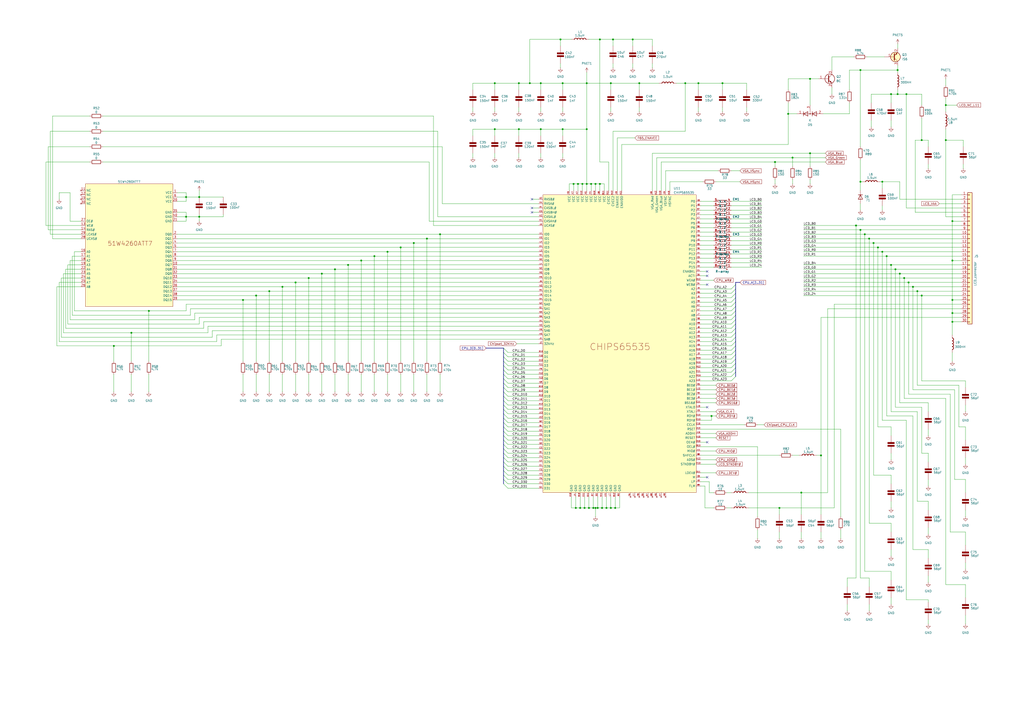
<source format=kicad_sch>
(kicad_sch (version 20250114) (generator "eeschema") (generator_version "9.0")
  (paper "A2")
  (title_block (title "PC110") (company "Recreated by: Ahmad Byagowi"))
  (junction (at 499.11 40.64))
  (junction (at 534.67 81.28))
  (junction (at 520.7 40.64))
  (junction (at 86.36 180.34))
  (junction (at 452.12 294.64))
  (junction (at 552.45 128.27))
  (junction (at 449.58 93.98))
  (junction (at 459.74 91.44))
  (junction (at 156.21 168.91))
  (junction (at 464.82 285.75))
  (junction (at 247.65 138.43))
  (junction (at 107.95 114.3))
  (junction (at 300.99 74.93))
  (junction (at 351.79 294.64))
  (junction (at 347.98 22.86))
  (junction (at 501.65 135.89))
  (junction (at 217.17 148.59))
  (junction (at 340.36 106.68))
  (junction (at 405.13 48.26))
  (junction (at 340.36 48.26))
  (junction (at 469.9 45.72))
  (junction (at 534.67 171.45))
  (junction (at 341.63 294.64))
  (junction (at 514.35 148.59))
  (junction (at 355.6 22.86))
  (junction (at 509.27 143.51))
  (junction (at 342.9 106.68))
  (junction (at 326.39 74.93))
  (junction (at 347.98 106.68))
  (junction (at 548.64 81.28))
  (junction (at 232.41 143.51))
  (junction (at 287.02 48.26))
  (junction (at 499.11 133.35))
  (junction (at 354.33 48.26))
  (junction (at 171.45 163.83))
  (junction (at 370.84 48.26))
  (junction (at 354.33 294.64))
  (junction (at 194.31 156.21))
  (junction (at 307.34 48.26))
  (junction (at 496.57 130.81))
  (junction (at 186.69 158.75))
  (junction (at 516.89 153.67))
  (junction (at 469.9 88.9))
  (junction (at 548.64 60.96))
  (junction (at 335.28 106.68))
  (junction (at 115.57 114.3))
  (junction (at 345.44 106.68))
  (junction (at 163.83 166.37))
  (junction (at 340.36 74.93))
  (junction (at 313.69 48.26))
  (junction (at 511.81 105.41))
  (junction (at 476.25 264.16))
  (junction (at 325.12 22.86))
  (junction (at 240.03 140.97))
  (junction (at 336.55 294.64))
  (junction (at 334.01 294.64))
  (junction (at 506.73 140.97))
  (junction (at 519.43 156.21))
  (junction (at 367.03 22.86))
  (junction (at 337.82 106.68))
  (junction (at 412.75 241.3))
  (junction (at 529.59 166.37))
  (junction (at 552.45 186.69))
  (junction (at 300.99 48.26))
  (junction (at 499.11 105.41))
  (junction (at 76.2 193.04))
  (junction (at 179.07 161.29))
  (junction (at 140.97 173.99))
  (junction (at 520.7 54.61))
  (junction (at 397.51 48.26))
  (junction (at 525.78 54.61))
  (junction (at 339.09 294.64))
  (junction (at 287.02 74.93))
  (junction (at 356.87 294.64))
  (junction (at 107.95 125.73))
  (junction (at 346.71 294.64))
  (junction (at 255.27 135.89))
  (junction (at 516.89 54.61))
  (junction (at 504.19 138.43))
  (junction (at 419.1 48.26))
  (junction (at 532.13 168.91))
  (junction (at 344.17 294.64))
  (junction (at 313.69 74.93))
  (junction (at 115.57 125.73))
  (junction (at 552.45 181.61))
  (junction (at 66.04 200.66))
  (junction (at 457.2 66.04))
  (junction (at 349.25 294.64))
  (junction (at 224.79 146.05))
  (junction (at 148.59 171.45))
  (junction (at 524.51 161.29))
  (junction (at 326.39 48.26))
  (junction (at 552.45 151.13))
  (junction (at 201.93 153.67))
  (junction (at 552.45 173.99))
  (junction (at 521.97 158.75))
  (junction (at 209.55 151.13))
  (junction (at 345.44 294.64))
  (junction (at 527.05 163.83))
  (junction (at 332.74 106.68))
  (junction (at 511.81 146.05))
  (no_connect (at 410.21 160.02))
  (no_connect (at 308.61 120.65))
  (no_connect (at 410.21 256.54))
  (no_connect (at 308.61 123.19))
  (no_connect (at 410.21 236.22))
  (no_connect (at 410.21 157.48))
  (no_connect (at 410.21 276.86))
  (no_connect (at 410.21 165.1))
  (no_connect (at 308.61 115.57))
  (bus_entry (at 292.1 232.41) (size 2.54 2.54))
  (bus_entry (at 426.72 205.74) (size -2.54 2.54))
  (bus_entry (at 426.72 167.64) (size -2.54 2.54))
  (bus_entry (at 292.1 237.49) (size 2.54 2.54))
  (bus_entry (at 292.1 255.27) (size 2.54 2.54))
  (bus_entry (at 292.1 217.17) (size 2.54 2.54))
  (bus_entry (at 292.1 214.63) (size 2.54 2.54))
  (bus_entry (at 426.72 187.96) (size -2.54 2.54))
  (bus_entry (at 426.72 195.58) (size -2.54 2.54))
  (bus_entry (at 292.1 212.09) (size 2.54 2.54))
  (bus_entry (at 292.1 250.19) (size 2.54 2.54))
  (bus_entry (at 292.1 204.47) (size 2.54 2.54))
  (bus_entry (at 426.72 203.2) (size -2.54 2.54))
  (bus_entry (at 292.1 245.11) (size 2.54 2.54))
  (bus_entry (at 292.1 219.71) (size 2.54 2.54))
  (bus_entry (at 426.72 180.34) (size -2.54 2.54))
  (bus_entry (at 426.72 185.42) (size -2.54 2.54))
  (bus_entry (at 292.1 252.73) (size 2.54 2.54))
  (bus_entry (at 426.72 210.82) (size -2.54 2.54))
  (bus_entry (at 292.1 260.35) (size 2.54 2.54))
  (bus_entry (at 426.72 170.18) (size -2.54 2.54))
  (bus_entry (at 426.72 215.9) (size -2.54 2.54))
  (bus_entry (at 292.1 280.67) (size 2.54 2.54))
  (bus_entry (at 292.1 273.05) (size 2.54 2.54))
  (bus_entry (at 292.1 262.89) (size 2.54 2.54))
  (bus_entry (at 292.1 207.01) (size 2.54 2.54))
  (bus_entry (at 426.72 208.28) (size -2.54 2.54))
  (bus_entry (at 426.72 193.04) (size -2.54 2.54))
  (bus_entry (at 292.1 247.65) (size 2.54 2.54))
  (bus_entry (at 292.1 275.59) (size 2.54 2.54))
  (bus_entry (at 426.72 198.12) (size -2.54 2.54))
  (bus_entry (at 292.1 222.25) (size 2.54 2.54))
  (bus_entry (at 426.72 190.5) (size -2.54 2.54))
  (bus_entry (at 426.72 175.26) (size -2.54 2.54))
  (bus_entry (at 292.1 224.79) (size 2.54 2.54))
  (bus_entry (at 292.1 234.95) (size 2.54 2.54))
  (bus_entry (at 292.1 201.93) (size 2.54 2.54))
  (bus_entry (at 426.72 172.72) (size -2.54 2.54))
  (bus_entry (at 292.1 242.57) (size 2.54 2.54))
  (bus_entry (at 426.72 182.88) (size -2.54 2.54))
  (bus_entry (at 292.1 267.97) (size 2.54 2.54))
  (bus_entry (at 426.72 213.36) (size -2.54 2.54))
  (bus_entry (at 426.72 218.44) (size -2.54 2.54))
  (bus_entry (at 292.1 270.51) (size 2.54 2.54))
  (bus_entry (at 292.1 209.55) (size 2.54 2.54))
  (bus_entry (at 426.72 165.1) (size -2.54 2.54))
  (bus_entry (at 292.1 227.33) (size 2.54 2.54))
  (bus_entry (at 292.1 278.13) (size 2.54 2.54))
  (bus_entry (at 426.72 200.66) (size -2.54 2.54))
  (bus_entry (at 426.72 177.8) (size -2.54 2.54))
  (bus_entry (at 292.1 265.43) (size 2.54 2.54))
  (bus_entry (at 292.1 257.81) (size 2.54 2.54))
  (bus_entry (at 292.1 240.03) (size 2.54 2.54))
  (bus_entry (at 292.1 229.87) (size 2.54 2.54))
  (wire (pts (xy 466.09 130.81) (xy 496.57 130.81)))
  (wire (pts (xy 351.79 288.29) (xy 351.79 294.64)))
  (wire (pts (xy 521.97 115.57) (xy 521.97 105.41)))
  (wire (pts (xy 525.78 54.61) (xy 525.78 120.65)))
  (wire (pts (xy 140.97 173.99) (xy 312.42 173.99)))
  (wire (pts (xy 337.82 106.68) (xy 340.36 106.68)))
  (wire (pts (xy 424.18 198.12) (xy 406.4 198.12)))
  (wire (pts (xy 300.99 52.07) (xy 300.99 48.26)))
  (wire (pts (xy 345.44 106.68) (xy 345.44 110.49)))
  (wire (pts (xy 294.64 229.87) (xy 312.42 229.87)))
  (bus (pts (xy 292.1 204.47) (xy 292.1 201.93)))
  (wire (pts (xy 551.18 308.61) (xy 551.18 228.6)))
  (wire (pts (xy 521.97 115.57) (xy 557.53 115.57)))
  (wire (pts (xy 406.4 266.7) (xy 415.29 266.7)))
  (bus (pts (xy 292.1 252.73) (xy 292.1 250.19)))
  (bus (pts (xy 426.72 177.8) (xy 426.72 175.26)))
  (wire (pts (xy 326.39 48.26) (xy 340.36 48.26)))
  (wire (pts (xy 560.07 299.72) (xy 560.07 295.91)))
  (wire (pts (xy 201.93 153.67) (xy 201.93 209.55)))
  (wire (pts (xy 463.55 264.16) (xy 459.74 264.16)))
  (wire (pts (xy 538.48 262.89) (xy 534.67 262.89)))
  (wire (pts (xy 39.37 187.96) (xy 115.57 187.96)))
  (wire (pts (xy 482.6 33.02) (xy 482.6 40.64)))
  (wire (pts (xy 516.89 346.71) (xy 516.89 350.52)))
  (wire (pts (xy 129.54 125.73) (xy 115.57 125.73)))
  (wire (pts (xy 102.87 156.21) (xy 194.31 156.21)))
  (wire (pts (xy 43.18 180.34) (xy 43.18 146.05)))
  (wire (pts (xy 424.18 137.16) (xy 441.96 137.16)))
  (wire (pts (xy 179.07 161.29) (xy 179.07 209.55)))
  (wire (pts (xy 552.45 209.55) (xy 552.45 204.47)))
  (wire (pts (xy 287.02 64.77) (xy 287.02 62.23)))
  (wire (pts (xy 406.4 251.46) (xy 415.29 251.46)))
  (wire (pts (xy 294.64 240.03) (xy 312.42 240.03)))
  (wire (pts (xy 516.89 69.85) (xy 516.89 73.66)))
  (wire (pts (xy 466.09 166.37) (xy 529.59 166.37)))
  (bus (pts (xy 426.72 215.9) (xy 426.72 218.44)))
  (wire (pts (xy 287.02 52.07) (xy 287.02 48.26)))
  (bus (pts (xy 292.1 227.33) (xy 292.1 224.79)))
  (wire (pts (xy 414.02 144.78) (xy 406.4 144.78)))
  (wire (pts (xy 351.79 294.64) (xy 349.25 294.64)))
  (wire (pts (xy 370.84 48.26) (xy 354.33 48.26)))
  (wire (pts (xy 30.48 67.31) (xy 30.48 138.43)))
  (wire (pts (xy 449.58 106.68) (xy 449.58 104.14)))
  (wire (pts (xy 524.51 231.14) (xy 524.51 161.29)))
  (bus (pts (xy 426.72 180.34) (xy 426.72 177.8)))
  (wire (pts (xy 534.67 171.45) (xy 557.53 171.45)))
  (wire (pts (xy 148.59 217.17) (xy 148.59 227.33)))
  (wire (pts (xy 496.57 130.81) (xy 496.57 335.28)))
  (wire (pts (xy 538.48 233.68) (xy 521.97 233.68)))
  (wire (pts (xy 274.32 64.77) (xy 274.32 62.23)))
  (wire (pts (xy 414.02 121.92) (xy 406.4 121.92)))
  (wire (pts (xy 294.64 245.11) (xy 312.42 245.11)))
  (wire (pts (xy 41.91 182.88) (xy 110.49 182.88)))
  (wire (pts (xy 511.81 105.41) (xy 521.97 105.41)))
  (wire (pts (xy 483.87 294.64) (xy 452.12 294.64)))
  (wire (pts (xy 520.7 25.4) (xy 520.7 27.94)))
  (wire (pts (xy 499.11 133.35) (xy 499.11 335.28)))
  (wire (pts (xy 516.89 247.65) (xy 516.89 252.73)))
  (wire (pts (xy 424.18 124.46) (xy 441.96 124.46)))
  (wire (pts (xy 439.42 246.38) (xy 443.23 246.38)))
  (wire (pts (xy 466.09 171.45) (xy 534.67 171.45)))
  (bus (pts (xy 292.1 262.89) (xy 292.1 260.35)))
  (wire (pts (xy 347.98 22.86) (xy 347.98 93.98)))
  (wire (pts (xy 424.18 139.7) (xy 441.96 139.7)))
  (wire (pts (xy 560.07 224.79) (xy 560.07 220.98)))
  (wire (pts (xy 367.03 39.37) (xy 367.03 36.83)))
  (wire (pts (xy 355.6 76.2) (xy 397.51 76.2)))
  (wire (pts (xy 556.26 247.65) (xy 556.26 223.52)))
  (wire (pts (xy 501.65 135.89) (xy 501.65 331.47)))
  (wire (pts (xy 492.76 59.69) (xy 492.76 66.04)))
  (wire (pts (xy 476.25 184.15) (xy 476.25 264.16)))
  (wire (pts (xy 102.87 166.37) (xy 163.83 166.37)))
  (wire (pts (xy 107.95 125.73) (xy 107.95 128.27)))
  (bus (pts (xy 292.1 222.25) (xy 292.1 219.71)))
  (wire (pts (xy 560.07 339.09) (xy 560.07 346.71)))
  (wire (pts (xy 340.36 41.91) (xy 340.36 48.26)))
  (wire (pts (xy 424.18 129.54) (xy 441.96 129.54)))
  (bus (pts (xy 281.94 201.93) (xy 292.1 201.93)))
  (wire (pts (xy 491.49 350.52) (xy 491.49 354.33)))
  (wire (pts (xy 557.53 113.03) (xy 552.45 113.03)))
  (wire (pts (xy 516.89 303.53) (xy 516.89 308.61)))
  (wire (pts (xy 557.53 151.13) (xy 552.45 151.13)))
  (wire (pts (xy 548.64 60.96) (xy 548.64 64.77)))
  (wire (pts (xy 482.6 50.8) (xy 482.6 54.61)))
  (wire (pts (xy 332.74 106.68) (xy 330.2 106.68)))
  (wire (pts (xy 33.02 200.66) (xy 66.04 200.66)))
  (wire (pts (xy 424.18 142.24) (xy 441.96 142.24)))
  (wire (pts (xy 560.07 247.65) (xy 560.07 255.27)))
  (wire (pts (xy 40.64 185.42) (xy 40.64 151.13)))
  (wire (pts (xy 194.31 156.21) (xy 312.42 156.21)))
  (wire (pts (xy 248.92 93.98) (xy 248.92 128.27)))
  (wire (pts (xy 294.64 267.97) (xy 312.42 267.97)))
  (wire (pts (xy 148.59 171.45) (xy 312.42 171.45)))
  (bus (pts (xy 292.1 247.65) (xy 292.1 245.11)))
  (wire (pts (xy 424.18 132.08) (xy 441.96 132.08)))
  (wire (pts (xy 415.29 105.41) (xy 429.26 105.41)))
  (wire (pts (xy 556.26 223.52) (xy 532.13 223.52)))
  (wire (pts (xy 340.36 110.49) (xy 340.36 106.68)))
  (wire (pts (xy 483.87 176.53) (xy 483.87 294.64)))
  (wire (pts (xy 529.59 241.3) (xy 514.35 241.3)))
  (wire (pts (xy 516.89 275.59) (xy 506.73 275.59)))
  (wire (pts (xy 156.21 168.91) (xy 312.42 168.91)))
  (wire (pts (xy 115.57 187.96) (xy 115.57 184.15)))
  (wire (pts (xy 240.03 217.17) (xy 240.03 227.33)))
  (wire (pts (xy 414.02 154.94) (xy 406.4 154.94)))
  (wire (pts (xy 346.71 294.64) (xy 345.44 294.64)))
  (wire (pts (xy 414.02 127) (xy 406.4 127)))
  (wire (pts (xy 557.53 176.53) (xy 483.87 176.53)))
  (wire (pts (xy 469.9 88.9) (xy 469.9 96.52)))
  (wire (pts (xy 331.47 294.64) (xy 331.47 288.29)))
  (wire (pts (xy 345.44 294.64) (xy 345.44 299.72)))
  (wire (pts (xy 43.18 146.05) (xy 46.99 146.05)))
  (wire (pts (xy 156.21 168.91) (xy 156.21 209.55)))
  (wire (pts (xy 367.03 22.86) (xy 378.46 22.86)))
  (wire (pts (xy 534.67 236.22) (xy 519.43 236.22)))
  (bus (pts (xy 426.72 210.82) (xy 426.72 208.28)))
  (wire (pts (xy 414.02 139.7) (xy 406.4 139.7)))
  (wire (pts (xy 414.02 129.54) (xy 406.4 129.54)))
  (wire (pts (xy 414.02 142.24) (xy 406.4 142.24)))
  (wire (pts (xy 120.65 193.04) (xy 120.65 189.23)))
  (wire (pts (xy 424.18 218.44) (xy 406.4 218.44)))
  (wire (pts (xy 487.68 248.92) (xy 487.68 299.72)))
  (wire (pts (xy 354.33 294.64) (xy 351.79 294.64)))
  (wire (pts (xy 346.71 288.29) (xy 346.71 294.64)))
  (wire (pts (xy 254 76.2) (xy 254 125.73)))
  (wire (pts (xy 424.18 285.75) (xy 421.64 285.75)))
  (bus (pts (xy 292.1 245.11) (xy 292.1 242.57)))
  (wire (pts (xy 255.27 217.17) (xy 255.27 227.33)))
  (wire (pts (xy 406.4 279.4) (xy 411.48 279.4)))
  (wire (pts (xy 59.69 85.09) (xy 256.54 85.09)))
  (wire (pts (xy 424.18 215.9) (xy 406.4 215.9)))
  (wire (pts (xy 294.64 257.81) (xy 312.42 257.81)))
  (wire (pts (xy 469.9 60.96) (xy 469.9 45.72)))
  (wire (pts (xy 405.13 64.77) (xy 405.13 62.23)))
  (wire (pts (xy 128.27 196.85) (xy 312.42 196.85)))
  (wire (pts (xy 424.18 187.96) (xy 406.4 187.96)))
  (wire (pts (xy 334.01 288.29) (xy 334.01 294.64)))
  (wire (pts (xy 194.31 156.21) (xy 194.31 209.55)))
  (wire (pts (xy 419.1 52.07) (xy 419.1 48.26)))
  (wire (pts (xy 86.36 217.17) (xy 86.36 227.33)))
  (wire (pts (xy 516.89 54.61) (xy 520.7 54.61)))
  (wire (pts (xy 383.54 93.98) (xy 449.58 93.98)))
  (wire (pts (xy 355.6 22.86) (xy 355.6 26.67)))
  (wire (pts (xy 107.95 123.19) (xy 107.95 125.73)))
  (wire (pts (xy 557.53 120.65) (xy 525.78 120.65)))
  (wire (pts (xy 313.69 91.44) (xy 313.69 88.9)))
  (wire (pts (xy 511.81 146.05) (xy 557.53 146.05)))
  (wire (pts (xy 381 91.44) (xy 381 110.49)))
  (wire (pts (xy 449.58 93.98) (xy 478.79 93.98)))
  (wire (pts (xy 506.73 140.97) (xy 557.53 140.97)))
  (wire (pts (xy 76.2 193.04) (xy 120.65 193.04)))
  (wire (pts (xy 217.17 148.59) (xy 217.17 209.55)))
  (wire (pts (xy 294.64 224.79) (xy 312.42 224.79)))
  (wire (pts (xy 66.04 200.66) (xy 128.27 200.66)))
  (wire (pts (xy 557.53 179.07) (xy 480.06 179.07)))
  (wire (pts (xy 30.48 138.43) (xy 46.99 138.43)))
  (wire (pts (xy 120.65 189.23) (xy 312.42 189.23)))
  (wire (pts (xy 52.07 76.2) (xy 29.21 76.2)))
  (wire (pts (xy 26.67 93.98) (xy 52.07 93.98)))
  (wire (pts (xy 406.4 243.84) (xy 412.75 243.84)))
  (bus (pts (xy 292.1 250.19) (xy 292.1 247.65)))
  (wire (pts (xy 520.7 52.07) (xy 520.7 54.61)))
  (wire (pts (xy 274.32 74.93) (xy 287.02 74.93)))
  (wire (pts (xy 499.11 40.64) (xy 499.11 85.09)))
  (wire (pts (xy 294.64 270.51) (xy 312.42 270.51)))
  (wire (pts (xy 538.48 318.77) (xy 538.48 323.85)))
  (wire (pts (xy 224.79 146.05) (xy 312.42 146.05)))
  (wire (pts (xy 406.4 223.52) (xy 415.29 223.52)))
  (wire (pts (xy 560.07 220.98) (xy 534.67 220.98)))
  (wire (pts (xy 406.4 261.62) (xy 415.29 261.62)))
  (wire (pts (xy 341.63 22.86) (xy 347.98 22.86)))
  (wire (pts (xy 102.87 163.83) (xy 171.45 163.83)))
  (wire (pts (xy 40.64 151.13) (xy 46.99 151.13)))
  (wire (pts (xy 255.27 135.89) (xy 255.27 209.55)))
  (wire (pts (xy 464.82 308.61) (xy 464.82 312.42)))
  (wire (pts (xy 434.34 294.64) (xy 452.12 294.64)))
  (wire (pts (xy 406.4 233.68) (xy 415.29 233.68)))
  (wire (pts (xy 123.19 191.77) (xy 123.19 195.58)))
  (wire (pts (xy 424.18 193.04) (xy 406.4 193.04)))
  (wire (pts (xy 102.87 138.43) (xy 247.65 138.43)))
  (wire (pts (xy 499.11 105.41) (xy 499.11 110.49)))
  (bus (pts (xy 292.1 275.59) (xy 292.1 273.05)))
  (wire (pts (xy 33.02 200.66) (xy 33.02 166.37)))
  (wire (pts (xy 414.02 147.32) (xy 406.4 147.32)))
  (wire (pts (xy 406.4 228.6) (xy 415.29 228.6)))
  (wire (pts (xy 217.17 217.17) (xy 217.17 227.33)))
  (wire (pts (xy 115.57 114.3) (xy 129.54 114.3)))
  (bus (pts (xy 426.72 203.2) (xy 426.72 200.66)))
  (wire (pts (xy 419.1 48.26) (xy 405.13 48.26)))
  (wire (pts (xy 107.95 116.84) (xy 107.95 114.3)))
  (wire (pts (xy 163.83 166.37) (xy 163.83 209.55)))
  (wire (pts (xy 294.64 217.17) (xy 312.42 217.17)))
  (wire (pts (xy 386.08 99.06) (xy 416.56 99.06)))
  (wire (pts (xy 367.03 22.86) (xy 367.03 26.67)))
  (wire (pts (xy 300.99 74.93) (xy 300.99 78.74)))
  (wire (pts (xy 552.45 151.13) (xy 552.45 128.27)))
  (wire (pts (xy 325.12 26.67) (xy 325.12 22.86)))
  (bus (pts (xy 292.1 212.09) (xy 292.1 209.55)))
  (wire (pts (xy 504.19 138.43) (xy 557.53 138.43)))
  (wire (pts (xy 294.64 275.59) (xy 312.42 275.59)))
  (bus (pts (xy 426.72 167.64) (xy 426.72 165.1)))
  (wire (pts (xy 511.81 121.92) (xy 511.81 119.38)))
  (wire (pts (xy 552.45 186.69) (xy 552.45 181.61)))
  (wire (pts (xy 27.94 133.35) (xy 46.99 133.35)))
  (wire (pts (xy 209.55 217.17) (xy 209.55 227.33)))
  (wire (pts (xy 424.18 200.66) (xy 406.4 200.66)))
  (wire (pts (xy 538.48 318.77) (xy 529.59 318.77)))
  (wire (pts (xy 433.07 52.07) (xy 433.07 48.26)))
  (wire (pts (xy 128.27 196.85) (xy 128.27 200.66)))
  (wire (pts (xy 406.4 256.54) (xy 410.21 256.54)))
  (wire (pts (xy 59.69 93.98) (xy 248.92 93.98)))
  (wire (pts (xy 335.28 106.68) (xy 335.28 110.49)))
  (wire (pts (xy 294.64 237.49) (xy 312.42 237.49)))
  (wire (pts (xy 345.44 106.68) (xy 347.98 106.68)))
  (wire (pts (xy 532.13 168.91) (xy 532.13 223.52)))
  (wire (pts (xy 514.35 148.59) (xy 514.35 241.3)))
  (wire (pts (xy 520.7 38.1) (xy 520.7 40.64)))
  (bus (pts (xy 292.1 278.13) (xy 292.1 275.59)))
  (wire (pts (xy 499.11 40.64) (xy 520.7 40.64)))
  (wire (pts (xy 307.34 22.86) (xy 325.12 22.86)))
  (wire (pts (xy 466.09 148.59) (xy 514.35 148.59)))
  (wire (pts (xy 341.63 294.64) (xy 339.09 294.64)))
  (wire (pts (xy 209.55 151.13) (xy 312.42 151.13)))
  (wire (pts (xy 129.54 124.46) (xy 129.54 125.73)))
  (wire (pts (xy 336.55 288.29) (xy 336.55 294.64)))
  (wire (pts (xy 459.74 91.44) (xy 459.74 96.52)))
  (wire (pts (xy 406.4 236.22) (xy 410.21 236.22)))
  (wire (pts (xy 476.25 298.45) (xy 476.25 264.16)))
  (wire (pts (xy 504.19 138.43) (xy 504.19 303.53)))
  (wire (pts (xy 406.4 269.24) (xy 415.29 269.24)))
  (wire (pts (xy 294.64 278.13) (xy 312.42 278.13)))
  (wire (pts (xy 414.02 149.86) (xy 406.4 149.86)))
  (wire (pts (xy 118.11 186.69) (xy 118.11 190.5)))
  (wire (pts (xy 294.64 247.65) (xy 312.42 247.65)))
  (bus (pts (xy 292.1 219.71) (xy 292.1 217.17)))
  (wire (pts (xy 255.27 135.89) (xy 312.42 135.89)))
  (wire (pts (xy 46.99 130.81) (xy 26.67 130.81)))
  (wire (pts (xy 115.57 125.73) (xy 107.95 125.73)))
  (wire (pts (xy 313.69 52.07) (xy 313.69 48.26)))
  (wire (pts (xy 332.74 106.68) (xy 332.74 110.49)))
  (wire (pts (xy 538.48 248.92) (xy 538.48 252.73)))
  (wire (pts (xy 274.32 78.74) (xy 274.32 74.93)))
  (wire (pts (xy 406.4 238.76) (xy 415.29 238.76)))
  (wire (pts (xy 359.41 294.64) (xy 356.87 294.64)))
  (wire (pts (xy 459.74 91.44) (xy 478.79 91.44)))
  (wire (pts (xy 113.03 185.42) (xy 40.64 185.42)))
  (wire (pts (xy 392.43 48.26) (xy 397.51 48.26)))
  (wire (pts (xy 529.59 226.06) (xy 529.59 166.37)))
  (wire (pts (xy 287.02 48.26) (xy 300.99 48.26)))
  (wire (pts (xy 480.06 179.07) (xy 480.06 285.75)))
  (wire (pts (xy 59.69 67.31) (xy 251.46 67.31)))
  (wire (pts (xy 424.18 185.42) (xy 406.4 185.42)))
  (wire (pts (xy 466.09 168.91) (xy 532.13 168.91)))
  (wire (pts (xy 553.72 226.06) (xy 529.59 226.06)))
  (wire (pts (xy 509.27 143.51) (xy 557.53 143.51)))
  (wire (pts (xy 406.4 264.16) (xy 452.12 264.16)))
  (wire (pts (xy 194.31 217.17) (xy 194.31 227.33)))
  (wire (pts (xy 313.69 48.26) (xy 326.39 48.26)))
  (wire (pts (xy 406.4 259.08) (xy 439.42 259.08)))
  (wire (pts (xy 505.46 69.85) (xy 505.46 73.66)))
  (bus (pts (xy 292.1 280.67) (xy 292.1 278.13)))
  (wire (pts (xy 551.18 228.6) (xy 527.05 228.6)))
  (wire (pts (xy 414.02 134.62) (xy 406.4 134.62)))
  (wire (pts (xy 560.07 247.65) (xy 556.26 247.65)))
  (wire (pts (xy 538.48 306.07) (xy 538.48 309.88)))
  (wire (pts (xy 294.64 262.89) (xy 312.42 262.89)))
  (wire (pts (xy 123.19 191.77) (xy 312.42 191.77)))
  (wire (pts (xy 560.07 308.61) (xy 560.07 316.23)))
  (wire (pts (xy 209.55 151.13) (xy 209.55 209.55)))
  (bus (pts (xy 292.1 234.95) (xy 292.1 232.41)))
  (wire (pts (xy 66.04 217.17) (xy 66.04 227.33)))
  (wire (pts (xy 38.1 156.21) (xy 46.99 156.21)))
  (wire (pts (xy 115.57 124.46) (xy 115.57 125.73)))
  (wire (pts (xy 381 91.44) (xy 459.74 91.44)))
  (wire (pts (xy 412.75 241.3) (xy 415.29 241.3)))
  (wire (pts (xy 294.64 212.09) (xy 312.42 212.09)))
  (wire (pts (xy 406.4 162.56) (xy 414.02 162.56)))
  (wire (pts (xy 530.86 81.28) (xy 530.86 123.19)))
  (wire (pts (xy 469.9 106.68) (xy 469.9 104.14)))
  (wire (pts (xy 40.64 128.27) (xy 40.64 111.76)))
  (wire (pts (xy 337.82 106.68) (xy 335.28 106.68)))
  (wire (pts (xy 406.4 248.92) (xy 487.68 248.92)))
  (wire (pts (xy 356.87 294.64) (xy 354.33 294.64)))
  (wire (pts (xy 86.36 180.34) (xy 107.95 180.34)))
  (wire (pts (xy 102.87 135.89) (xy 255.27 135.89)))
  (wire (pts (xy 370.84 52.07) (xy 370.84 48.26)))
  (wire (pts (xy 102.87 148.59) (xy 217.17 148.59)))
  (wire (pts (xy 408.94 281.94) (xy 408.94 294.64)))
  (wire (pts (xy 492.76 40.64) (xy 499.11 40.64)))
  (bus (pts (xy 426.72 213.36) (xy 426.72 210.82)))
  (wire (pts (xy 406.4 246.38) (xy 431.8 246.38)))
  (wire (pts (xy 406.4 160.02) (xy 410.21 160.02)))
  (wire (pts (xy 102.87 171.45) (xy 148.59 171.45)))
  (wire (pts (xy 424.18 210.82) (xy 406.4 210.82)))
  (wire (pts (xy 251.46 130.81) (xy 312.42 130.81)))
  (bus (pts (xy 426.72 182.88) (xy 426.72 180.34)))
  (bus (pts (xy 426.72 208.28) (xy 426.72 205.74)))
  (wire (pts (xy 504.19 335.28) (xy 499.11 335.28)))
  (wire (pts (xy 424.18 213.36) (xy 406.4 213.36)))
  (wire (pts (xy 34.29 163.83) (xy 34.29 198.12)))
  (wire (pts (xy 538.48 290.83) (xy 532.13 290.83)))
  (wire (pts (xy 370.84 64.77) (xy 370.84 62.23)))
  (wire (pts (xy 107.95 114.3) (xy 115.57 114.3)))
  (wire (pts (xy 424.18 152.4) (xy 441.96 152.4)))
  (wire (pts (xy 163.83 166.37) (xy 312.42 166.37)))
  (wire (pts (xy 294.64 250.19) (xy 312.42 250.19)))
  (wire (pts (xy 406.4 157.48) (xy 410.21 157.48)))
  (wire (pts (xy 294.64 227.33) (xy 312.42 227.33)))
  (wire (pts (xy 59.69 76.2) (xy 254 76.2)))
  (wire (pts (xy 355.6 22.86) (xy 367.03 22.86)))
  (wire (pts (xy 179.07 217.17) (xy 179.07 227.33)))
  (wire (pts (xy 163.83 217.17) (xy 163.83 227.33)))
  (wire (pts (xy 344.17 294.64) (xy 341.63 294.64)))
  (wire (pts (xy 411.48 279.4) (xy 411.48 285.75)))
  (wire (pts (xy 433.07 48.26) (xy 419.1 48.26)))
  (wire (pts (xy 538.48 290.83) (xy 538.48 295.91)))
  (wire (pts (xy 358.14 110.49) (xy 358.14 80.01)))
  (wire (pts (xy 102.87 146.05) (xy 224.79 146.05)))
  (wire (pts (xy 102.87 125.73) (xy 107.95 125.73)))
  (wire (pts (xy 480.06 285.75) (xy 464.82 285.75)))
  (wire (pts (xy 115.57 128.27) (xy 115.57 125.73)))
  (bus (pts (xy 292.1 237.49) (xy 292.1 234.95)))
  (wire (pts (xy 347.98 106.68) (xy 350.52 106.68)))
  (wire (pts (xy 186.69 158.75) (xy 312.42 158.75)))
  (bus (pts (xy 426.72 163.83) (xy 426.72 165.1)))
  (bus (pts (xy 426.72 190.5) (xy 426.72 187.96)))
  (wire (pts (xy 46.99 158.75) (xy 36.83 158.75)))
  (wire (pts (xy 156.21 217.17) (xy 156.21 227.33)))
  (wire (pts (xy 232.41 143.51) (xy 312.42 143.51)))
  (bus (pts (xy 292.1 240.03) (xy 292.1 237.49)))
  (wire (pts (xy 102.87 158.75) (xy 186.69 158.75)))
  (wire (pts (xy 424.18 170.18) (xy 406.4 170.18)))
  (wire (pts (xy 424.18 172.72) (xy 406.4 172.72)))
  (wire (pts (xy 354.33 288.29) (xy 354.33 294.64)))
  (wire (pts (xy 29.21 76.2) (xy 29.21 135.89)))
  (wire (pts (xy 406.4 226.06) (xy 415.29 226.06)))
  (wire (pts (xy 107.95 111.76) (xy 102.87 111.76)))
  (wire (pts (xy 339.09 294.64) (xy 336.55 294.64)))
  (wire (pts (xy 224.79 217.17) (xy 224.79 227.33)))
  (wire (pts (xy 511.81 105.41) (xy 511.81 109.22)))
  (wire (pts (xy 232.41 217.17) (xy 232.41 227.33)))
  (wire (pts (xy 125.73 198.12) (xy 125.73 194.31)))
  (wire (pts (xy 397.51 48.26) (xy 405.13 48.26)))
  (wire (pts (xy 46.99 153.67) (xy 39.37 153.67)))
  (wire (pts (xy 313.69 78.74) (xy 313.69 74.93)))
  (wire (pts (xy 414.02 132.08) (xy 406.4 132.08)))
  (wire (pts (xy 325.12 39.37) (xy 325.12 36.83)))
  (wire (pts (xy 519.43 156.21) (xy 557.53 156.21)))
  (wire (pts (xy 557.53 181.61) (xy 552.45 181.61)))
  (wire (pts (xy 339.09 288.29) (xy 339.09 294.64)))
  (wire (pts (xy 439.42 259.08) (xy 439.42 299.72)))
  (wire (pts (xy 335.28 106.68) (xy 332.74 106.68)))
  (bus (pts (xy 292.1 270.51) (xy 292.1 267.97)))
  (bus (pts (xy 292.1 214.63) (xy 292.1 212.09)))
  (wire (pts (xy 457.2 59.69) (xy 457.2 66.04)))
  (wire (pts (xy 519.43 156.21) (xy 519.43 236.22)))
  (wire (pts (xy 102.87 151.13) (xy 209.55 151.13)))
  (wire (pts (xy 294.64 232.41) (xy 312.42 232.41)))
  (wire (pts (xy 424.18 119.38) (xy 441.96 119.38)))
  (wire (pts (xy 530.86 123.19) (xy 557.53 123.19)))
  (wire (pts (xy 424.18 134.62) (xy 441.96 134.62)))
  (wire (pts (xy 487.68 307.34) (xy 487.68 312.42)))
  (wire (pts (xy 66.04 200.66) (xy 66.04 209.55)))
  (wire (pts (xy 520.7 54.61) (xy 525.78 54.61)))
  (wire (pts (xy 336.55 294.64) (xy 334.01 294.64)))
  (wire (pts (xy 307.34 22.86) (xy 307.34 48.26)))
  (wire (pts (xy 29.21 135.89) (xy 46.99 135.89)))
  (wire (pts (xy 457.2 66.04) (xy 462.28 66.04)))
  (wire (pts (xy 43.18 180.34) (xy 86.36 180.34)))
  (wire (pts (xy 424.18 147.32) (xy 441.96 147.32)))
  (wire (pts (xy 326.39 74.93) (xy 326.39 78.74)))
  (wire (pts (xy 424.18 144.78) (xy 441.96 144.78)))
  (wire (pts (xy 342.9 106.68) (xy 345.44 106.68)))
  (wire (pts (xy 113.03 181.61) (xy 113.03 185.42)))
  (wire (pts (xy 326.39 64.77) (xy 326.39 62.23)))
  (wire (pts (xy 466.09 156.21) (xy 519.43 156.21)))
  (wire (pts (xy 46.99 148.59) (xy 41.91 148.59)))
  (wire (pts (xy 300.99 48.26) (xy 307.34 48.26)))
  (wire (pts (xy 516.89 290.83) (xy 516.89 294.64)))
  (wire (pts (xy 496.57 130.81) (xy 557.53 130.81)))
  (wire (pts (xy 27.94 85.09) (xy 27.94 133.35)))
  (wire (pts (xy 171.45 163.83) (xy 312.42 163.83)))
  (wire (pts (xy 548.64 231.14) (xy 524.51 231.14)))
  (wire (pts (xy 538.48 349.25) (xy 538.48 347.98)))
  (wire (pts (xy 115.57 110.49) (xy 115.57 114.3)))
  (wire (pts (xy 110.49 182.88) (xy 110.49 179.07)))
  (wire (pts (xy 406.4 276.86) (xy 410.21 276.86)))
  (bus (pts (xy 426.72 185.42) (xy 426.72 182.88)))
  (wire (pts (xy 499.11 118.11) (xy 499.11 121.92)))
  (wire (pts (xy 466.09 163.83) (xy 527.05 163.83)))
  (wire (pts (xy 313.69 64.77) (xy 313.69 62.23)))
  (wire (pts (xy 504.19 335.28) (xy 504.19 340.36)))
  (bus (pts (xy 426.72 170.18) (xy 426.72 167.64)))
  (wire (pts (xy 529.59 166.37) (xy 557.53 166.37)))
  (wire (pts (xy 340.36 48.26) (xy 340.36 74.93)))
  (wire (pts (xy 516.89 153.67) (xy 516.89 238.76)))
  (wire (pts (xy 558.8 81.28) (xy 548.64 81.28)))
  (bus (pts (xy 292.1 242.57) (xy 292.1 240.03)))
  (wire (pts (xy 476.25 312.42) (xy 476.25 308.61)))
  (wire (pts (xy 274.32 48.26) (xy 287.02 48.26)))
  (bus (pts (xy 292.1 229.87) (xy 292.1 227.33)))
  (wire (pts (xy 516.89 153.67) (xy 557.53 153.67)))
  (wire (pts (xy 35.56 195.58) (xy 35.56 161.29)))
  (wire (pts (xy 538.48 278.13) (xy 538.48 281.94)))
  (wire (pts (xy 102.87 143.51) (xy 232.41 143.51)))
  (wire (pts (xy 247.65 138.43) (xy 312.42 138.43)))
  (wire (pts (xy 548.64 57.15) (xy 548.64 60.96)))
  (bus (pts (xy 292.1 267.97) (xy 292.1 265.43)))
  (wire (pts (xy 516.89 318.77) (xy 516.89 322.58)))
  (wire (pts (xy 308.61 120.65) (xy 312.42 120.65)))
  (wire (pts (xy 424.18 220.98) (xy 406.4 220.98)))
  (wire (pts (xy 516.89 303.53) (xy 504.19 303.53)))
  (bus (pts (xy 426.72 200.66) (xy 426.72 198.12)))
  (wire (pts (xy 560.07 361.95) (xy 560.07 356.87)))
  (wire (pts (xy 34.29 111.76) (xy 34.29 115.57)))
  (wire (pts (xy 35.56 161.29) (xy 46.99 161.29)))
  (bus (pts (xy 426.72 193.04) (xy 426.72 190.5)))
  (wire (pts (xy 534.67 262.89) (xy 534.67 236.22)))
  (wire (pts (xy 548.64 60.96) (xy 554.99 60.96)))
  (wire (pts (xy 414.02 116.84) (xy 406.4 116.84)))
  (wire (pts (xy 294.64 219.71) (xy 312.42 219.71)))
  (wire (pts (xy 469.9 88.9) (xy 478.79 88.9)))
  (wire (pts (xy 548.64 81.28) (xy 548.64 125.73)))
  (bus (pts (xy 426.72 187.96) (xy 426.72 185.42)))
  (bus (pts (xy 292.1 217.17) (xy 292.1 214.63)))
  (wire (pts (xy 548.64 339.09) (xy 548.64 231.14)))
  (wire (pts (xy 46.99 163.83) (xy 34.29 163.83)))
  (bus (pts (xy 426.72 198.12) (xy 426.72 195.58)))
  (wire (pts (xy 34.29 198.12) (xy 125.73 198.12)))
  (wire (pts (xy 171.45 217.17) (xy 171.45 227.33)))
  (wire (pts (xy 300.99 91.44) (xy 300.99 88.9)))
  (wire (pts (xy 491.49 335.28) (xy 496.57 335.28)))
  (wire (pts (xy 334.01 294.64) (xy 331.47 294.64)))
  (wire (pts (xy 308.61 123.19) (xy 312.42 123.19)))
  (wire (pts (xy 406.4 165.1) (xy 410.21 165.1)))
  (wire (pts (xy 107.95 128.27) (xy 102.87 128.27)))
  (bus (pts (xy 292.1 257.81) (xy 292.1 255.27)))
  (wire (pts (xy 502.92 33.02) (xy 513.08 33.02)))
  (wire (pts (xy 527.05 163.83) (xy 557.53 163.83)))
  (wire (pts (xy 294.64 214.63) (xy 312.42 214.63)))
  (wire (pts (xy 538.48 81.28) (xy 534.67 81.28)))
  (wire (pts (xy 294.64 209.55) (xy 312.42 209.55)))
  (wire (pts (xy 358.14 80.01) (xy 368.3 80.01)))
  (wire (pts (xy 39.37 153.67) (xy 39.37 187.96)))
  (wire (pts (xy 560.07 278.13) (xy 560.07 285.75)))
  (wire (pts (xy 552.45 128.27) (xy 557.53 128.27)))
  (wire (pts (xy 254 125.73) (xy 312.42 125.73)))
  (wire (pts (xy 347.98 106.68) (xy 347.98 110.49)))
  (wire (pts (xy 294.64 222.25) (xy 312.42 222.25)))
  (wire (pts (xy 552.45 181.61) (xy 552.45 173.99)))
  (wire (pts (xy 414.02 119.38) (xy 406.4 119.38)))
  (wire (pts (xy 406.4 281.94) (xy 408.94 281.94)))
  (wire (pts (xy 247.65 217.17) (xy 247.65 227.33)))
  (wire (pts (xy 424.18 180.34) (xy 406.4 180.34)))
  (wire (pts (xy 405.13 48.26) (xy 405.13 52.07)))
  (wire (pts (xy 294.64 242.57) (xy 312.42 242.57)))
  (wire (pts (xy 495.3 33.02) (xy 482.6 33.02)))
  (wire (pts (xy 424.18 149.86) (xy 441.96 149.86)))
  (wire (pts (xy 501.65 135.89) (xy 557.53 135.89)))
  (wire (pts (xy 186.69 217.17) (xy 186.69 227.33)))
  (wire (pts (xy 102.87 168.91) (xy 156.21 168.91)))
  (wire (pts (xy 102.87 140.97) (xy 240.03 140.97)))
  (wire (pts (xy 552.45 173.99) (xy 552.45 151.13)))
  (wire (pts (xy 534.67 68.58) (xy 534.67 81.28)))
  (wire (pts (xy 553.72 278.13) (xy 553.72 226.06)))
  (wire (pts (xy 408.94 294.64) (xy 414.02 294.64)))
  (wire (pts (xy 378.46 39.37) (xy 378.46 36.83)))
  (wire (pts (xy 46.99 128.27) (xy 40.64 128.27)))
  (wire (pts (xy 349.25 294.64) (xy 346.71 294.64)))
  (wire (pts (xy 287.02 91.44) (xy 287.02 88.9)))
  (wire (pts (xy 378.46 22.86) (xy 378.46 26.67)))
  (wire (pts (xy 477.52 66.04) (xy 492.76 66.04)))
  (wire (pts (xy 342.9 106.68) (xy 342.9 110.49)))
  (wire (pts (xy 294.64 252.73) (xy 312.42 252.73)))
  (wire (pts (xy 532.13 168.91) (xy 557.53 168.91)))
  (wire (pts (xy 201.93 217.17) (xy 201.93 227.33)))
  (wire (pts (xy 248.92 128.27) (xy 312.42 128.27)))
  (wire (pts (xy 529.59 318.77) (xy 529.59 241.3)))
  (wire (pts (xy 538.48 262.89) (xy 538.48 267.97)))
  (wire (pts (xy 510.54 105.41) (xy 511.81 105.41)))
  (bus (pts (xy 292.1 209.55) (xy 292.1 207.01)))
  (wire (pts (xy 560.07 330.2) (xy 560.07 326.39)))
  (wire (pts (xy 107.95 114.3) (xy 107.95 111.76)))
  (wire (pts (xy 449.58 93.98) (xy 449.58 96.52)))
  (wire (pts (xy 534.67 54.61) (xy 534.67 60.96)))
  (wire (pts (xy 548.64 45.72) (xy 548.64 49.53)))
  (wire (pts (xy 388.62 105.41) (xy 388.62 110.49)))
  (wire (pts (xy 140.97 217.17) (xy 140.97 227.33)))
  (wire (pts (xy 520.7 40.64) (xy 520.7 41.91)))
  (wire (pts (xy 521.97 158.75) (xy 521.97 233.68)))
  (wire (pts (xy 557.53 184.15) (xy 476.25 184.15)))
  (wire (pts (xy 406.4 254) (xy 415.29 254)))
  (wire (pts (xy 514.35 148.59) (xy 557.53 148.59)))
  (wire (pts (xy 378.46 88.9) (xy 378.46 110.49)))
  (wire (pts (xy 466.09 161.29) (xy 524.51 161.29)))
  (wire (pts (xy 256.54 118.11) (xy 256.54 85.09)))
  (wire (pts (xy 313.69 74.93) (xy 326.39 74.93)))
  (wire (pts (xy 36.83 158.75) (xy 36.83 193.04)))
  (wire (pts (xy 424.18 182.88) (xy 406.4 182.88)))
  (wire (pts (xy 499.11 92.71) (xy 499.11 105.41)))
  (bus (pts (xy 292.1 260.35) (xy 292.1 257.81)))
  (wire (pts (xy 560.07 278.13) (xy 553.72 278.13)))
  (wire (pts (xy 294.64 280.67) (xy 312.42 280.67)))
  (wire (pts (xy 113.03 181.61) (xy 312.42 181.61)))
  (wire (pts (xy 115.57 184.15) (xy 312.42 184.15)))
  (bus (pts (xy 426.72 172.72) (xy 426.72 170.18)))
  (wire (pts (xy 466.09 135.89) (xy 501.65 135.89)))
  (wire (pts (xy 457.2 45.72) (xy 469.9 45.72)))
  (wire (pts (xy 232.41 143.51) (xy 232.41 209.55)))
  (wire (pts (xy 274.32 91.44) (xy 274.32 88.9)))
  (wire (pts (xy 557.53 173.99) (xy 552.45 173.99)))
  (wire (pts (xy 538.48 361.95) (xy 538.48 359.41)))
  (wire (pts (xy 511.81 146.05) (xy 511.81 243.84)))
  (wire (pts (xy 326.39 48.26) (xy 326.39 52.07)))
  (wire (pts (xy 506.73 140.97) (xy 506.73 275.59)))
  (wire (pts (xy 308.61 115.57) (xy 312.42 115.57)))
  (wire (pts (xy 534.67 81.28) (xy 530.86 81.28)))
  (wire (pts (xy 107.95 176.53) (xy 312.42 176.53)))
  (bus (pts (xy 426.72 195.58) (xy 426.72 193.04)))
  (wire (pts (xy 186.69 158.75) (xy 186.69 209.55)))
  (wire (pts (xy 356.87 288.29) (xy 356.87 294.64)))
  (wire (pts (xy 552.45 194.31) (xy 552.45 186.69)))
  (wire (pts (xy 86.36 180.34) (xy 86.36 209.55)))
  (wire (pts (xy 355.6 39.37) (xy 355.6 36.83)))
  (wire (pts (xy 505.46 54.61) (xy 516.89 54.61)))
  (wire (pts (xy 524.51 161.29) (xy 557.53 161.29)))
  (bus (pts (xy 292.1 265.43) (xy 292.1 262.89)))
  (wire (pts (xy 525.78 347.98) (xy 525.78 243.84)))
  (wire (pts (xy 171.45 163.83) (xy 171.45 209.55)))
  (wire (pts (xy 414.02 137.16) (xy 406.4 137.16)))
  (wire (pts (xy 560.07 269.24) (xy 560.07 265.43)))
  (wire (pts (xy 383.54 93.98) (xy 383.54 110.49)))
  (wire (pts (xy 125.73 194.31) (xy 312.42 194.31)))
  (wire (pts (xy 102.87 116.84) (xy 107.95 116.84)))
  (wire (pts (xy 274.32 52.07) (xy 274.32 48.26)))
  (wire (pts (xy 464.82 298.45) (xy 464.82 285.75)))
  (wire (pts (xy 466.09 133.35) (xy 499.11 133.35)))
  (wire (pts (xy 355.6 110.49) (xy 355.6 76.2)))
  (wire (pts (xy 532.13 290.83) (xy 532.13 238.76)))
  (wire (pts (xy 294.64 204.47) (xy 312.42 204.47)))
  (wire (pts (xy 466.09 158.75) (xy 521.97 158.75)))
  (wire (pts (xy 350.52 110.49) (xy 350.52 106.68)))
  (wire (pts (xy 414.02 124.46) (xy 406.4 124.46)))
  (wire (pts (xy 534.67 220.98) (xy 534.67 171.45)))
  (wire (pts (xy 294.64 255.27) (xy 312.42 255.27)))
  (wire (pts (xy 300.99 64.77) (xy 300.99 62.23)))
  (bus (pts (xy 292.1 207.01) (xy 292.1 204.47)))
  (wire (pts (xy 353.06 93.98) (xy 353.06 110.49)))
  (wire (pts (xy 41.91 148.59) (xy 41.91 182.88)))
  (wire (pts (xy 36.83 193.04) (xy 76.2 193.04)))
  (wire (pts (xy 102.87 161.29) (xy 179.07 161.29)))
  (wire (pts (xy 544.83 118.11) (xy 557.53 118.11)))
  (wire (pts (xy 424.18 208.28) (xy 406.4 208.28)))
  (wire (pts (xy 516.89 331.47) (xy 501.65 331.47)))
  (wire (pts (xy 424.18 121.92) (xy 441.96 121.92)))
  (wire (pts (xy 52.07 67.31) (xy 30.48 67.31)))
  (wire (pts (xy 412.75 243.84) (xy 412.75 241.3)))
  (bus (pts (xy 292.1 273.05) (xy 292.1 270.51)))
  (wire (pts (xy 224.79 146.05) (xy 224.79 209.55)))
  (wire (pts (xy 439.42 312.42) (xy 439.42 307.34)))
  (wire (pts (xy 110.49 179.07) (xy 312.42 179.07)))
  (wire (pts (xy 538.48 347.98) (xy 525.78 347.98)))
  (wire (pts (xy 457.2 52.07) (xy 457.2 45.72)))
  (wire (pts (xy 466.09 143.51) (xy 509.27 143.51)))
  (wire (pts (xy 38.1 190.5) (xy 38.1 156.21)))
  (wire (pts (xy 406.4 241.3) (xy 412.75 241.3)))
  (wire (pts (xy 538.48 233.68) (xy 538.48 238.76)))
  (wire (pts (xy 148.59 171.45) (xy 148.59 209.55)))
  (wire (pts (xy 459.74 106.68) (xy 459.74 104.14)))
  (wire (pts (xy 217.17 148.59) (xy 312.42 148.59)))
  (wire (pts (xy 424.18 203.2) (xy 406.4 203.2)))
  (wire (pts (xy 240.03 140.97) (xy 240.03 209.55)))
  (wire (pts (xy 407.67 105.41) (xy 388.62 105.41)))
  (wire (pts (xy 294.64 273.05) (xy 312.42 273.05)))
  (wire (pts (xy 344.17 288.29) (xy 344.17 294.64)))
  (wire (pts (xy 294.64 207.01) (xy 312.42 207.01)))
  (wire (pts (xy 414.02 152.4) (xy 406.4 152.4)))
  (wire (pts (xy 123.19 195.58) (xy 35.56 195.58)))
  (wire (pts (xy 424.18 116.84) (xy 441.96 116.84)))
  (wire (pts (xy 525.78 54.61) (xy 534.67 54.61)))
  (wire (pts (xy 452.12 298.45) (xy 452.12 294.64)))
  (bus (pts (xy 292.1 232.41) (xy 292.1 229.87)))
  (wire (pts (xy 406.4 231.14) (xy 415.29 231.14)))
  (wire (pts (xy 354.33 48.26) (xy 340.36 48.26)))
  (wire (pts (xy 330.2 106.68) (xy 330.2 110.49)))
  (wire (pts (xy 466.09 138.43) (xy 504.19 138.43)))
  (wire (pts (xy 40.64 111.76) (xy 34.29 111.76)))
  (wire (pts (xy 118.11 190.5) (xy 38.1 190.5)))
  (wire (pts (xy 424.18 205.74) (xy 406.4 205.74)))
  (wire (pts (xy 251.46 67.31) (xy 251.46 130.81)))
  (wire (pts (xy 505.46 59.69) (xy 505.46 54.61)))
  (bus (pts (xy 426.72 175.26) (xy 426.72 172.72)))
  (wire (pts (xy 33.02 166.37) (xy 46.99 166.37)))
  (wire (pts (xy 491.49 335.28) (xy 491.49 340.36)))
  (wire (pts (xy 378.46 88.9) (xy 469.9 88.9)))
  (wire (pts (xy 548.64 74.93) (xy 548.64 81.28)))
  (wire (pts (xy 294.64 234.95) (xy 312.42 234.95)))
  (wire (pts (xy 452.12 308.61) (xy 452.12 312.42)))
  (wire (pts (xy 102.87 114.3) (xy 107.95 114.3)))
  (wire (pts (xy 386.08 110.49) (xy 386.08 99.06)))
  (wire (pts (xy 433.07 64.77) (xy 433.07 62.23)))
  (wire (pts (xy 325.12 22.86) (xy 331.47 22.86)))
  (wire (pts (xy 558.8 95.25) (xy 558.8 97.79)))
  (wire (pts (xy 516.89 331.47) (xy 516.89 336.55)))
  (wire (pts (xy 504.19 350.52) (xy 504.19 354.33)))
  (wire (pts (xy 360.68 83.82) (xy 457.2 83.82)))
  (wire (pts (xy 516.89 262.89) (xy 516.89 266.7)))
  (wire (pts (xy 118.11 186.69) (xy 312.42 186.69)))
  (wire (pts (xy 340.36 106.68) (xy 342.9 106.68)))
  (wire (pts (xy 516.89 247.65) (xy 509.27 247.65)))
  (wire (pts (xy 354.33 52.07) (xy 354.33 48.26)))
  (wire (pts (xy 382.27 48.26) (xy 370.84 48.26)))
  (wire (pts (xy 560.07 234.95) (xy 560.07 238.76)))
  (wire (pts (xy 411.48 285.75) (xy 414.02 285.75)))
  (wire (pts (xy 359.41 288.29) (xy 359.41 294.64)))
  (wire (pts (xy 247.65 138.43) (xy 247.65 209.55)))
  (wire (pts (xy 354.33 64.77) (xy 354.33 62.23)))
  (wire (pts (xy 341.63 288.29) (xy 341.63 294.64)))
  (wire (pts (xy 102.87 173.99) (xy 140.97 173.99)))
  (wire (pts (xy 538.48 85.09) (xy 538.48 81.28)))
  (wire (pts (xy 434.34 285.75) (xy 464.82 285.75)))
  (wire (pts (xy 76.2 217.17) (xy 76.2 227.33)))
  (wire (pts (xy 424.18 294.64) (xy 421.64 294.64)))
  (wire (pts (xy 424.18 190.5) (xy 406.4 190.5)))
  (wire (pts (xy 294.64 260.35) (xy 312.42 260.35)))
  (wire (pts (xy 424.18 175.26) (xy 406.4 175.26)))
  (wire (pts (xy 349.25 288.29) (xy 349.25 294.64)))
  (wire (pts (xy 469.9 45.72) (xy 474.98 45.72)))
  (wire (pts (xy 516.89 54.61) (xy 516.89 59.69)))
  (wire (pts (xy 287.02 74.93) (xy 300.99 74.93)))
  (wire (pts (xy 521.97 158.75) (xy 557.53 158.75)))
  (bus (pts (xy 292.1 224.79) (xy 292.1 222.25)))
  (wire (pts (xy 340.36 74.93) (xy 340.36 106.68)))
  (wire (pts (xy 107.95 176.53) (xy 107.95 180.34)))
  (wire (pts (xy 538.48 334.01) (xy 538.48 337.82)))
  (wire (pts (xy 300.99 74.93) (xy 313.69 74.93)))
  (wire (pts (xy 140.97 173.99) (xy 140.97 209.55)))
  (wire (pts (xy 294.64 265.43) (xy 312.42 265.43)))
  (wire (pts (xy 419.1 64.77) (xy 419.1 62.23)))
  (wire (pts (xy 360.68 110.49) (xy 360.68 83.82)))
  (wire (pts (xy 102.87 123.19) (xy 107.95 123.19)))
  (wire (pts (xy 466.09 140.97) (xy 506.73 140.97)))
  (wire (pts (xy 466.09 153.67) (xy 516.89 153.67)))
  (wire (pts (xy 532.13 238.76) (xy 516.89 238.76)))
  (wire (pts (xy 499.11 105.41) (xy 500.38 105.41)))
  (wire (pts (xy 527.05 228.6) (xy 527.05 163.83)))
  (wire (pts (xy 424.18 99.06) (xy 429.26 99.06)))
  (wire (pts (xy 457.2 66.04) (xy 457.2 83.82)))
  (wire (pts (xy 326.39 91.44) (xy 326.39 88.9)))
  (wire (pts (xy 548.64 125.73) (xy 557.53 125.73)))
  (wire (pts (xy 353.06 93.98) (xy 347.98 93.98)))
  (bus (pts (xy 426.72 205.74) (xy 426.72 203.2)))
  (wire (pts (xy 312.42 118.11) (xy 256.54 118.11)))
  (wire (pts (xy 26.67 130.81) (xy 26.67 93.98)))
  (wire (pts (xy 558.8 85.09) (xy 558.8 81.28)))
  (wire (pts (xy 294.64 283.21) (xy 312.42 283.21)))
  (wire (pts (xy 397.51 76.2) (xy 397.51 48.26)))
  (wire (pts (xy 347.98 22.86) (xy 355.6 22.86)))
  (wire (pts (xy 345.44 294.64) (xy 344.17 294.64)))
  (wire (pts (xy 424.18 177.8) (xy 406.4 177.8)))
  (wire (pts (xy 337.82 106.68) (xy 337.82 110.49)))
  (wire (pts (xy 102.87 153.67) (xy 201.93 153.67)))
  (wire (pts (xy 424.18 154.94) (xy 441.96 154.94)))
  (wire (pts (xy 201.93 153.67) (xy 312.42 153.67)))
  (wire (pts (xy 538.48 95.25) (xy 538.48 97.79)))
  (wire (pts (xy 424.18 195.58) (xy 406.4 195.58)))
  (wire (pts (xy 406.4 274.32) (xy 415.29 274.32)))
  (wire (pts (xy 466.09 146.05) (xy 511.81 146.05)))
  (wire (pts (xy 52.07 85.09) (xy 27.94 85.09)))
  (wire (pts (xy 560.07 339.09) (xy 548.64 339.09)))
  (wire (pts (xy 424.18 127) (xy 441.96 127)))
  (wire (pts (xy 287.02 78.74) (xy 287.02 74.93)))
  (wire (pts (xy 499.11 133.35) (xy 557.53 133.35)))
  (wire (pts (xy 76.2 193.04) (xy 76.2 209.55)))
  (wire (pts (xy 552.45 113.03) (xy 552.45 128.27)))
  (wire (pts (xy 509.27 143.51) (xy 509.27 247.65)))
  (wire (pts (xy 476.25 264.16) (xy 473.71 264.16)))
  (wire (pts (xy 557.53 186.69) (xy 552.45 186.69)))
  (wire (pts (xy 492.76 52.07) (xy 492.76 40.64)))
  (wire (pts (xy 560.07 308.61) (xy 551.18 308.61)))
  (wire (pts (xy 179.07 161.29) (xy 312.42 161.29)))
  (bus (pts (xy 429.26 163.83) (xy 426.72 163.83)))
  (wire (pts (xy 307.34 48.26) (xy 313.69 48.26)))
  (wire (pts (xy 299.72 199.39) (xy 312.42 199.39)))
  (bus (pts (xy 426.72 215.9) (xy 426.72 213.36)))
  (wire (pts (xy 340.36 74.93) (xy 326.39 74.93)))
  (wire (pts (xy 525.78 243.84) (xy 511.81 243.84)))
  (bus (pts (xy 292.1 255.27) (xy 292.1 252.73)))
  (wire (pts (xy 240.03 140.97) (xy 312.42 140.97)))
  (wire (pts (xy 424.18 167.64) (xy 406.4 167.64)))
  (wire (pts (xy 516.89 275.59) (xy 516.89 280.67)))
  (label "CPU_A16" (at 421.64 203.2 180))
  (label "LCD_B1" (at 466.09 133.35 0))
  (label "LCD_R0" (at 466.09 146.05 0))
  (label "LCD_R3" (at 441.96 149.86 180))
  (label "CPU_D21" (at 297.18 257.81 0))
  (label "CPU_D8" (at 297.18 224.79 0))
  (label "CPU_A20" (at 421.64 213.36 180))
  (label "CPU_D26" (at 297.18 270.51 0))
  (label "CPU_D0" (at 297.18 204.47 0))
  (label "CPU_A13" (at 421.64 195.58 180))
  (label "LCD_B4" (at 466.09 153.67 0))
  (label "CPU_D30" (at 297.18 280.67 0))
  (label "LCD_G0" (at 441.96 129.54 180))
  (label "LCD_R1" (at 441.96 144.78 180))
  (label "LCD_24" (at 466.09 171.45 0))
  (label "LCD_G1" (at 466.09 158.75 0))
  (label "CPU_D3" (at 297.18 212.09 0))
  (label "CPU_D12" (at 297.18 234.95 0))
  (label "CPU_A14" (at 421.64 198.12 180))
  (label "CPU_D4" (at 297.18 214.63 0))
  (label "CPU_D28" (at 297.18 275.59 0))
  (label "LCD_B2" (at 466.09 135.89 0))
  (label "CPU_D1" (at 297.18 207.01 0))
  (label "CPU_D15" (at 297.18 242.57 0))
  (label "LCD_G3" (at 441.96 137.16 180))
  (label "CPU_D27" (at 297.18 273.05 0))
  (label "CPU_D23" (at 297.18 262.89 0))
  (label "LCD_B1" (at 441.96 119.38 180))
  (label "CPU_D2" (at 297.18 209.55 0))
  (label "CPU_D13" (at 297.18 237.49 0))
  (label "CPU_A15" (at 421.64 200.66 180))
  (label "CPU_D18" (at 297.18 250.19 0))
  (label "LCD_G0" (at 466.09 156.21 0))
  (label "CPU_D7" (at 297.18 222.25 0))
  (label "LCD_G4" (at 441.96 139.7 180))
  (label "LCD_G4" (at 466.09 143.51 0))
  (label "LCD_R4" (at 466.09 168.91 0))
  (label "LCD_B3" (at 441.96 124.46 180))
  (label "LCD_R0" (at 441.96 142.24 180))
  (label "CPU_A6" (at 421.64 177.8 180))
  (label "LCD_G3" (at 466.09 140.97 0))
  (label "LCD_G1" (at 441.96 132.08 180))
  (label "CPU_A11" (at 421.64 190.5 180))
  (label "LCD_R2" (at 466.09 163.83 0))
  (label "CPU_A7" (at 421.64 180.34 180))
  (label "CPU_D14" (at 297.18 240.03 0))
  (label "CPU_D6" (at 297.18 219.71 0))
  (label "CPU_A12" (at 421.64 193.04 180))
  (label "CPU_D5" (at 297.18 217.17 0))
  (label "CPU_A18" (at 421.64 208.28 180))
  (label "CPU_D16" (at 297.18 245.11 0))
  (label "LCD_G2" (at 466.09 161.29 0))
  (label "CPU_A4" (at 421.64 172.72 180))
  (label "LCD_B4" (at 441.96 127 180))
  (label "CPU_A23" (at 421.64 220.98 180))
  (label "CPU_D24" (at 297.18 265.43 0))
  (label "CPU_D22" (at 297.18 260.35 0))
  (label "CPU_A17" (at 421.64 205.74 180))
  (label "CPU_A10" (at 421.64 187.96 180))
  (label "CPU_D17" (at 297.18 247.65 0))
  (label "CPU_D9" (at 297.18 227.33 0))
  (label "CPU_D25" (at 297.18 267.97 0))
  (label "CPU_D29" (at 297.18 278.13 0))
  (label "CPU_A19" (at 421.64 210.82 180))
  (label "CPU_D10" (at 297.18 229.87 0))
  (label "CPU_A8" (at 421.64 182.88 180))
  (label "CPU_D19" (at 297.18 252.73 0))
  (label "LCD_R2" (at 441.96 147.32 180))
  (label "CPU_A3" (at 421.64 170.18 180))
  (label "LCD_R3" (at 466.09 166.37 0))
  (label "LCD_24" (at 441.96 154.94 180))
  (label "CPU_D31" (at 297.18 283.21 0))
  (label "LCD_B0" (at 441.96 116.84 180))
  (label "LCD_B3" (at 466.09 138.43 0))
  (label "CPU_A21" (at 421.64 215.9 180))
  (label "CPU_A9" (at 421.64 185.42 180))
  (label "CPU_A5" (at 421.64 175.26 180))
  (label "CPU_A2" (at 421.64 167.64 180))
  (label "CPU_A22" (at 421.64 218.44 180))
  (label "LCD_B2" (at 441.96 121.92 180))
  (label "LCD_G2" (at 441.96 134.62 180))
  (label "CPU_D20" (at 297.18 255.27 0))
  (label "LCD_B0" (at 466.09 130.81 0))
  (label "LCD_R1" (at 466.09 148.59 0))
  (label "CPU_D11" (at 297.18 232.41 0))
  (label "LCD_R4" (at 441.96 152.4 180))
  (global_label "CPU_LDEV#" (shape input) (at 415.29 274.32 0) (property "Intersheetrefs" "${INTERSHEET_REFS}" (effects (hide yes))))
  (global_label "CPU_A[2..31]" (shape input) (at 429.26 163.83 0) (property "Intersheetrefs" "${INTERSHEET_REFS}" (effects (hide yes))))
  (global_label "VGA_VSync" (shape input) (at 429.26 99.06 0) (property "Intersheetrefs" "${INTERSHEET_REFS}" (effects (hide yes))))
  (global_label "F65_ENAVEE" (shape input) (at 368.3 80.01 0) (property "Intersheetrefs" "${INTERSHEET_REFS}" (effects (hide yes))))
  (global_label "VGA_Red" (shape input) (at 478.79 88.9 0) (property "Intersheetrefs" "${INTERSHEET_REFS}" (effects (hide yes))))
  (global_label "CPU_MIO#" (shape input) (at 415.29 261.62 0) (property "Intersheetrefs" "${INTERSHEET_REFS}" (effects (hide yes))))
  (global_label "VGA_HSync" (shape input) (at 429.26 105.41 0) (property "Intersheetrefs" "${INTERSHEET_REFS}" (effects (hide yes))))
  (global_label "CPU_RDY#" (shape input) (at 415.29 241.3 0) (property "Intersheetrefs" "${INTERSHEET_REFS}" (effects (hide yes))))
  (global_label "CPU_ADS#" (shape input) (at 415.29 266.7 0) (property "Intersheetrefs" "${INTERSHEET_REFS}" (effects (hide yes))))
  (global_label "LCD_STNDBY#" (shape input) (at 415.29 269.24 0) (property "Intersheetrefs" "${INTERSHEET_REFS}" (effects (hide yes))))
  (global_label "CPU_BE3#" (shape input) (at 415.29 231.14 0) (property "Intersheetrefs" "${INTERSHEET_REFS}" (effects (hide yes))))
  (global_label "CPU_D[0..31]" (shape input) (at 281.94 201.93 180) (property "Intersheetrefs" "${INTERSHEET_REFS}" (effects (hide yes))))
  (global_label "CPU_BS16#" (shape input) (at 415.29 233.68 0) (property "Intersheetrefs" "${INTERSHEET_REFS}" (effects (hide yes))))
  (global_label "CPU_BE2#" (shape input) (at 415.29 228.6 0) (property "Intersheetrefs" "${INTERSHEET_REFS}" (effects (hide yes))))
  (global_label "LCD_NC_L11" (shape input) (at 554.99 60.96 0) (property "Intersheetrefs" "${INTERSHEET_REFS}" (effects (hide yes))))
  (global_label "CPU_WR#" (shape input) (at 414.02 162.56 0) (property "Intersheetrefs" "${INTERSHEET_REFS}" (effects (hide yes))))
  (global_label "Chipset_32KHz" (shape input) (at 299.72 199.39 180) (property "Intersheetrefs" "${INTERSHEET_REFS}" (effects (hide yes))))
  (global_label "VGA_Blue" (shape input) (at 478.79 93.98 0) (property "Intersheetrefs" "${INTERSHEET_REFS}" (effects (hide yes))))
  (global_label "CPU_BE0#" (shape input) (at 415.29 223.52 0) (property "Intersheetrefs" "${INTERSHEET_REFS}" (effects (hide yes))))
  (global_label "VGA_CLK" (shape input) (at 415.29 238.76 0) (property "Intersheetrefs" "${INTERSHEET_REFS}" (effects (hide yes))))
  (global_label "LCD_VAA" (shape input) (at 544.83 118.11 180) (property "Intersheetrefs" "${INTERSHEET_REFS}" (effects (hide yes))))
  (global_label "VGA_ADDHI" (shape input) (at 415.29 251.46 0) (property "Intersheetrefs" "${INTERSHEET_REFS}" (effects (hide yes))))
  (global_label "Chipset_CPU_CLK" (shape input) (at 443.23 246.38 0) (property "Intersheetrefs" "${INTERSHEET_REFS}" (effects (hide yes))))
  (global_label "RESET" (shape input) (at 415.29 254 0) (property "Intersheetrefs" "${INTERSHEET_REFS}" (effects (hide yes))))
  (global_label "VGA_Green" (shape input) (at 478.79 91.44 0) (property "Intersheetrefs" "${INTERSHEET_REFS}" (effects (hide yes))))
  (global_label "CPU_BE1#" (shape input) (at 415.29 226.06 0) (property "Intersheetrefs" "${INTERSHEET_REFS}" (effects (hide yes))))
  (symbol (lib_id "power:GND") (at 538.48 281.94 0) (unit 1)
    (property "Reference" "#PWR0133" (effects (hide yes)))
    (property "Value" "GND" (at 538.48 287.02 0))
    (property "Description" "Power symbol creates a global label with name \"GND\" , ground" (effects (hide yes)))
  )
  (symbol (lib_id "PCM_Elektuur:C") (at 313.69 57.15 0) (unit 1)
    (property "Reference" "C40" (at 317.5 55.8799 0) (effects (justify left)))
    (property "Value" "1nF" (at 317.5 58.4199 0) (effects (justify left)))
    (property "Footprint" "Capacitor_SMD:C_0402_1005Metric" (effects (hide yes)))
  )
  (symbol (lib_id "PCM_Elektuur:C") (at 538.48 90.17 0) (unit 1)
    (property "Reference" "C65" (at 541.274 89.154 0) (effects (justify left)))
    (property "Value" "56pF" (at 541.528 91.186 0) (effects (justify left)))
    (property "Footprint" "Capacitor_SMD:C_0402_1005Metric" (effects (hide yes)))
  )
  (symbol (lib_id "Device:R") (at 179.07 213.36 0) (mirror x) (unit 1)
    (property "Reference" "R64" (at 180.086 212.598 0) (effects (justify left)))
    (property "Value" "470k" (at 180.086 214.376 0) (effects (justify left)))
    (property "Footprint" "PCM_Resistor_SMD_AKL:R_0402_1005Metric" (effects (hide yes)))
  )
  (symbol (lib_id "PCM_Elektuur:C") (at 491.49 345.44 0) (unit 1)
    (property "Reference" "C56" (at 494.284 344.424 0) (effects (justify left)))
    (property "Value" "56pF" (at 494.538 346.456 0) (effects (justify left)))
    (property "Footprint" "Capacitor_SMD:C_0402_1005Metric" (effects (hide yes)))
  )
  (symbol (lib_id "PCM_Elektuur:C") (at 511.81 114.3 0) (mirror x) (unit 1)
    (property "Reference" "C59" (at 514.604 113.03 0) (effects (justify left)))
    (property "Value" "100nF" (at 514.858 115.062 0) (effects (justify left)))
    (property "Footprint" "Capacitor_SMD:C_0402_1005Metric" (effects (hide yes)))
  )
  (symbol (lib_id "PCM_Elektuur:L") (at 429.26 285.75 270) (mirror x) (unit 1)
    (property "Reference" "L3" (at 429.26 281.686 90))
    (property "Value" "1.5uH" (at 429.006 283.718 90))
    (property "Footprint" "Inductor_SMD:L_0603_1608Metric" (effects (hide yes)))
  )
  (symbol (lib_id "power:GND") (at 504.19 354.33 0) (unit 1)
    (property "Reference" "#PWR0122" (effects (hide yes)))
    (property "Value" "GND" (at 504.19 359.41 0))
    (property "Description" "Power symbol creates a global label with name \"GND\" , ground" (effects (hide yes)))
  )
  (symbol (lib_id "PCM_Elektuur:C") (at 300.99 57.15 0) (mirror x) (unit 1)
    (property "Reference" "C38" (at 304.292 55.626 0) (effects (justify left)))
    (property "Value" "150nF" (at 304.292 58.166 0) (effects (justify left)))
    (property "Footprint" "Capacitor_SMD:C_0402_1005Metric" (effects (hide yes)))
  )
  (symbol (lib_id "power:GND") (at 186.69 227.33 0) (unit 1)
    (property "Reference" "#PWR080" (effects (hide yes)))
    (property "Value" "GND" (at 186.69 232.41 0))
    (property "Description" "Power symbol creates a global label with name \"GND\" , ground" (effects (hide yes)))
  )
  (symbol (lib_id "PCM_Elektuur:C") (at 476.25 303.53 0) (mirror x) (unit 1)
    (property "Reference" "C55" (at 479.552 302.514 0) (effects (justify left)))
    (property "Value" "56pF" (at 479.298 304.8 0) (effects (justify left)))
    (property "Footprint" "Capacitor_SMD:C_0402_1005Metric" (effects (hide yes)))
  )
  (symbol (lib_id "power:GND") (at 538.48 361.95 0) (unit 1)
    (property "Reference" "#PWR0136" (effects (hide yes)))
    (property "Value" "GND" (at 538.48 367.03 0))
    (property "Description" "Power symbol creates a global label with name \"GND\" , ground" (effects (hide yes)))
  )
  (symbol (lib_id "power:VCC") (at 340.36 41.91 0) (unit 1)
    (property "Reference" "#PWR0101" (effects (hide yes)))
    (property "Value" "PNET1" (at 340.36 36.83 0))
    (property "Description" "Power symbol creates a global label with name \"VCC\"" (effects (hide yes)))
  )
  (symbol (lib_id "power:GND") (at 476.25 312.42 0) (unit 1)
    (property "Reference" "#PWR0117" (effects (hide yes)))
    (property "Value" "GND" (at 476.25 317.5 0))
    (property "Description" "Power symbol creates a global label with name \"GND\" , ground" (effects (hide yes)))
  )
  (symbol (lib_id "PCM_Elektuur:C") (at 516.89 285.75 0) (unit 1)
    (property "Reference" "C62" (at 519.684 284.734 0) (effects (justify left)))
    (property "Value" "56pF" (at 519.938 286.766 0) (effects (justify left)))
    (property "Footprint" "Capacitor_SMD:C_0402_1005Metric" (effects (hide yes)))
  )
  (symbol (lib_id "Device:R") (at 417.83 294.64 90) (unit 1)
    (property "Reference" "R77" (at 419.862 290.83 90) (effects (justify left)))
    (property "Value" "10" (at 419.1 292.608 90) (effects (justify left)))
    (property "Footprint" "PCM_Resistor_SMD_AKL:R_0402_1005Metric" (effects (hide yes)))
  )
  (symbol (lib_id "PCM_Elektuur:C") (at 560.07 321.31 0) (unit 1)
    (property "Reference" "C75" (at 562.864 320.294 0) (effects (justify left)))
    (property "Value" "56pF" (at 563.118 322.326 0) (effects (justify left)))
    (property "Footprint" "Capacitor_SMD:C_0402_1005Metric" (effects (hide yes)))
  )
  (symbol (lib_id "Device:R") (at 417.83 285.75 90) (unit 1)
    (property "Reference" "R76" (at 419.862 281.94 90) (effects (justify left)))
    (property "Value" "10" (at 419.1 283.718 90) (effects (justify left)))
    (property "Footprint" "PCM_Resistor_SMD_AKL:R_0402_1005Metric" (effects (hide yes)))
  )
  (symbol (lib_id "power:GND") (at 505.46 73.66 0) (unit 1)
    (property "Reference" "#PWR0123" (effects (hide yes)))
    (property "Value" "GND" (at 505.46 78.74 0))
    (property "Description" "Power symbol creates a global label with name \"GND\" , ground" (effects (hide yes)))
  )
  (symbol (lib_id "Device:D") (at 499.11 114.3 90) (mirror x) (unit 1)
    (property "Reference" "D6" (at 501.396 114.046 90) (effects (justify right)))
    (property "Value" "71" (at 502.158 116.078 90) (effects (justify right)))
    (property "Footprint" "Diode_SMD:D_0603_1608Metric" (effects (hide yes)))
  )
  (symbol (lib_id "Device:R") (at 548.64 53.34 0) (mirror x) (unit 1)
    (property "Reference" "R91" (at 550.164 52.578 0) (effects (justify left)))
    (property "Value" "470k" (at 550.164 54.356 0) (effects (justify left)))
    (property "Footprint" "PCM_Resistor_SMD_AKL:R_0402_1005Metric" (effects (hide yes)))
  )
  (symbol (lib_id "PCM_Elektuur:C") (at 538.48 328.93 0) (unit 1)
    (property "Reference" "C69" (at 541.274 327.914 0) (effects (justify left)))
    (property "Value" "56pF" (at 541.528 329.946 0) (effects (justify left)))
    (property "Footprint" "Capacitor_SMD:C_0402_1005Metric" (effects (hide yes)))
  )
  (symbol (lib_id "PCM_Elektuur:C") (at 516.89 64.77 0) (unit 1)
    (property "Reference" "C60" (at 519.684 63.754 0) (effects (justify left)))
    (property "Value" "1nF" (at 519.938 65.786 0) (effects (justify left)))
    (property "Footprint" "Capacitor_SMD:C_0402_1005Metric" (effects (hide yes)))
  )
  (symbol (lib_id "power:GND") (at 378.46 39.37 0) (unit 1)
    (property "Reference" "#PWR0107" (effects (hide yes)))
    (property "Value" "GND" (at 378.46 44.45 0))
    (property "Description" "Power symbol creates a global label with name \"GND\" , ground" (effects (hide yes)))
  )
  (symbol (lib_id "PCM_Elektuur:C") (at 419.1 57.15 0) (mirror x) (unit 1)
    (property "Reference" "C51" (at 422.91 55.88 0) (effects (justify left)))
    (property "Value" "10uF" (at 422.91 58.166 0) (effects (justify left)))
    (property "Footprint" "Capacitor_SMD:C_1206_3216Metric" (effects (hide yes)))
  )
  (symbol (lib_id "Device:R") (at 140.97 213.36 0) (mirror x) (unit 1)
    (property "Reference" "R59" (at 142.24 212.344 0) (effects (justify left)))
    (property "Value" "470k" (at 142.24 214.122 0) (effects (justify left)))
    (property "Footprint" "PCM_Resistor_SMD_AKL:R_0402_1005Metric" (effects (hide yes)))
  )
  (symbol (lib_id "power:GND") (at 354.33 64.77 0) (unit 1)
    (property "Reference" "#PWR0103" (effects (hide yes)))
    (property "Value" "GND" (at 354.33 69.85 0))
    (property "Description" "Power symbol creates a global label with name \"GND\" , ground" (effects (hide yes)))
  )
  (symbol (lib_id "power:GND") (at 156.21 227.33 0) (unit 1)
    (property "Reference" "#PWR076" (effects (hide yes)))
    (property "Value" "GND" (at 156.21 232.41 0))
    (property "Description" "Power symbol creates a global label with name \"GND\" , ground" (effects (hide yes)))
  )
  (symbol (lib_id "Device:R") (at 499.11 88.9 0) (mirror y) (unit 1)
    (property "Reference" "R89" (at 505.714 89.408 0) (effects (justify left)))
    (property "Value" "470" (at 504.444 87.376 0) (effects (justify left)))
    (property "Footprint" "PCM_Resistor_SMD_AKL:R_0402_1005Metric" (effects (hide yes)))
  )
  (symbol (lib_id "Device:R") (at 411.48 105.41 270) (mirror x) (unit 1)
    (property "Reference" "R75" (at 409.702 107.696 90) (effects (justify left)))
    (property "Value" "33" (at 410.21 109.474 90) (effects (justify left)))
    (property "Footprint" "PCM_Resistor_SMD_AKL:R_0402_1005Metric" (effects (hide yes)))
  )
  (symbol (lib_id "power:GND") (at 538.48 252.73 0) (unit 1)
    (property "Reference" "#PWR0132" (effects (hide yes)))
    (property "Value" "GND" (at 538.48 257.81 0))
    (property "Description" "Power symbol creates a global label with name \"GND\" , ground" (effects (hide yes)))
  )
  (symbol (lib_id "Device:R") (at 449.58 100.33 0) (unit 1)
    (property "Reference" "R81" (at 451.104 99.314 0) (effects (justify left)))
    (property "Value" "150" (at 451.104 101.092 0) (effects (justify left)))
    (property "Footprint" "PCM_Resistor_SMD_AKL:R_0805_2012Metric" (effects (hide yes)))
  )
  (symbol (lib_id "power:GND") (at 326.39 64.77 0) (unit 1)
    (property "Reference" "#PWR099" (effects (hide yes)))
    (property "Value" "GND" (at 326.39 69.85 0))
    (property "Description" "Power symbol creates a global label with name \"GND\" , ground" (effects (hide yes)))
  )
  (symbol (lib_id "PCM_Elektuur:C") (at 367.03 31.75 0) (mirror x) (unit 1)
    (property "Reference" "C47" (at 369.57 32.766 0) (effects (justify left)))
    (property "Value" "10uF" (at 369.316 30.48 0) (effects (justify left)))
    (property "Footprint" "Capacitor_SMD:C_1206_3216Metric" (effects (hide yes)))
  )
  (symbol (lib_id "PC110:EMI_filter_Array") (at 419.1 120.65 180) (unit 1)
    (property "Reference" "EM1" (at 426.974 115.57 0))
    (property "Value" "R-array" (at 418.9615 127 0))
    (property "Footprint" "PC110:R-array" (effects (hide yes)))
  )
  (symbol (lib_id "PCM_Elektuur:L") (at 520.7 46.99 0) (mirror x) (unit 1)
    (property "Reference" "L7" (at 523.494 45.466 0))
    (property "Value" "300nH" (at 525.526 47.752 0))
    (property "Footprint" "Inductor_SMD:L_0805_2012Metric" (effects (hide yes)))
  )
  (symbol (lib_id "PCM_Elektuur:C") (at 354.33 57.15 0) (unit 1)
    (property "Reference" "C45" (at 358.14 55.8799 0) (effects (justify left)))
    (property "Value" "150nF" (at 358.14 58.4199 0) (effects (justify left)))
    (property "Footprint" "Capacitor_SMD:C_0402_1005Metric" (effects (hide yes)))
  )
  (symbol (lib_id "Device:R") (at 487.68 303.53 0) (mirror x) (unit 1)
    (property "Reference" "R86" (at 489.204 302.768 0) (effects (justify left)))
    (property "Value" "270" (at 489.204 304.546 0) (effects (justify left)))
    (property "Footprint" "PCM_Resistor_SMD_AKL:R_0402_1005Metric" (effects (hide yes)))
  )
  (symbol (lib_id "power:GND") (at 355.6 39.37 0) (unit 1)
    (property "Reference" "#PWR0104" (effects (hide yes)))
    (property "Value" "GND" (at 355.6 44.45 0))
    (property "Description" "Power symbol creates a global label with name \"GND\" , ground" (effects (hide yes)))
  )
  (symbol (lib_id "PC110:EMI_filter_Array") (at 419.1 140.97 180) (unit 1)
    (property "Reference" "EM3" (at 426.974 135.89 0))
    (property "Value" "R-array" (at 418.9615 147.32 0))
    (property "Footprint" "PC110:R-array" (effects (hide yes)))
  )
  (symbol (lib_id "Device:R") (at 459.74 100.33 0) (unit 1)
    (property "Reference" "R84" (at 461.264 99.314 0) (effects (justify left)))
    (property "Value" "150" (at 461.264 101.092 0) (effects (justify left)))
    (property "Footprint" "PCM_Resistor_SMD_AKL:R_0805_2012Metric" (effects (hide yes)))
  )
  (symbol (lib_id "power:GND") (at 247.65 227.33 0) (unit 1)
    (property "Reference" "#PWR088" (effects (hide yes)))
    (property "Value" "GND" (at 247.65 232.41 0))
    (property "Description" "Power symbol creates a global label with name \"GND\" , ground" (effects (hide yes)))
  )
  (symbol (lib_id "PCM_Elektuur:C") (at 370.84 57.15 0) (unit 1)
    (property "Reference" "C48" (at 374.65 55.8799 0) (effects (justify left)))
    (property "Value" "150nF" (at 374.65 58.4199 0) (effects (justify left)))
    (property "Footprint" "Capacitor_SMD:C_0402_1005Metric" (effects (hide yes)))
  )
  (symbol (lib_id "Device:R") (at 163.83 213.36 0) (unit 1)
    (property "Reference" "R62" (at 164.846 212.344 0) (effects (justify left)))
    (property "Value" "470k" (at 164.846 214.122 0) (effects (justify left)))
    (property "Footprint" "PCM_Resistor_SMD_AKL:R_0402_1005Metric" (effects (hide yes)))
  )
  (symbol (lib_id "PCM_Elektuur:C") (at 464.82 303.53 0) (mirror x) (unit 1)
    (property "Reference" "C54" (at 468.63 304.8001 0) (effects (justify left)))
    (property "Value" "56pF" (at 468.63 302.2601 0) (effects (justify left)))
    (property "Footprint" "Capacitor_SMD:C_0402_1005Metric" (effects (hide yes)))
  )
  (symbol (lib_id "PCM_Elektuur:C") (at 504.19 345.44 0) (unit 1)
    (property "Reference" "C57" (at 506.984 344.424 0) (effects (justify left)))
    (property "Value" "56pF" (at 507.238 346.456 0) (effects (justify left)))
    (property "Footprint" "Capacitor_SMD:C_0402_1005Metric" (effects (hide yes)))
  )
  (symbol (lib_id "PCM_Elektuur:C") (at 325.12 31.75 0) (mirror x) (unit 1)
    (property "Reference" "C42" (at 327.914 30.734 0) (effects (justify left)))
    (property "Value" "100nF" (at 327.406 33.02 0) (effects (justify left)))
    (property "Footprint" "Capacitor_SMD:C_0402_1005Metric" (effects (hide yes)))
  )
  (symbol (lib_id "PC110:EMI_filter_Array") (at 419.1 130.81 180) (unit 1)
    (property "Reference" "EM2" (at 426.974 125.73 0))
    (property "Value" "R-array" (at 418.9615 137.16 0))
    (property "Footprint" "PC110:R-array" (effects (hide yes)))
  )
  (symbol (lib_id "Device:R") (at 469.9 100.33 0) (unit 1)
    (property "Reference" "R85" (at 471.424 99.314 0) (effects (justify left)))
    (property "Value" "150" (at 471.424 101.092 0) (effects (justify left)))
    (property "Footprint" "PCM_Resistor_SMD_AKL:R_0805_2012Metric" (effects (hide yes)))
  )
  (symbol (lib_id "power:GND") (at 287.02 91.44 0) (unit 1)
    (property "Reference" "#PWR093" (effects (hide yes)))
    (property "Value" "GND" (at 287.02 96.52 0))
    (property "Description" "Power symbol creates a global label with name \"GND\" , ground" (effects (hide yes)))
  )
  (symbol (lib_id "power:GND") (at 345.44 299.72 0) (unit 1)
    (property "Reference" "#PWR0102" (effects (hide yes)))
    (property "Value" "GND" (at 345.44 304.8 0))
    (property "Description" "Power symbol creates a global label with name \"GND\" , ground" (effects (hide yes)))
  )
  (symbol (lib_id "Device:R") (at 201.93 213.36 0) (mirror x) (unit 1)
    (property "Reference" "R67" (at 203.454 212.598 0) (effects (justify left)))
    (property "Value" "470k" (at 203.2 214.63 0) (effects (justify left)))
    (property "Footprint" "PCM_Resistor_SMD_AKL:R_0402_1005Metric" (effects (hide yes)))
  )
  (symbol (lib_id "PC110:65535") (at 360.68 201.93 0) (unit 1)
    (property "Reference" "U11" (at 390.7633 109.22 0) (effects (justify left)))
    (property "Value" "CHIPS65535" (at 390.7633 111.76 0) (effects (justify left)))
    (property "Footprint" "PC110:BGA-169" (effects (hide yes)))
  )
  (symbol (lib_id "PCM_Elektuur:C") (at 452.12 303.53 0) (unit 1)
    (property "Reference" "C53" (at 455.93 302.2599 0) (effects (justify left)))
    (property "Value" "56pF" (at 455.93 304.7999 0) (effects (justify left)))
    (property "Footprint" "Capacitor_SMD:C_0402_1005Metric" (effects (hide yes)))
  )
  (symbol (lib_id "PCM_Elektuur:C") (at 326.39 57.15 0) (unit 1)
    (property "Reference" "C43" (at 330.2 55.8799 0) (effects (justify left)))
    (property "Value" "1nF" (at 330.2 58.4199 0) (effects (justify left)))
    (property "Footprint" "Capacitor_SMD:C_0402_1005Metric" (effects (hide yes)))
  )
  (symbol (lib_id "power:GND") (at 419.1 64.77 0) (unit 1)
    (property "Reference" "#PWR0109" (effects (hide yes)))
    (property "Value" "GND" (at 419.1 69.85 0))
    (property "Description" "Power symbol creates a global label with name \"GND\" , ground" (effects (hide yes)))
  )
  (symbol (lib_id "Device:R") (at 492.76 55.88 180) (unit 1)
    (property "Reference" "R87" (at 490.22 54.61 0) (effects (justify left)))
    (property "Value" "131k" (at 491.49 56.642 0) (effects (justify left)))
    (property "Footprint" "PCM_Resistor_SMD_AKL:R_0402_1005Metric" (effects (hide yes)))
  )
  (symbol (lib_id "PCM_Elektuur:L") (at 505.46 105.41 270) (mirror x) (unit 1)
    (property "Reference" "L6" (at 505.206 101.092 90))
    (property "Value" "1.5uH" (at 505.714 103.124 90))
    (property "Footprint" "Inductor_SMD:L_0603_1608Metric" (effects (hide yes)))
  )
  (symbol (lib_id "power:GND") (at 464.82 312.42 0) (unit 1)
    (property "Reference" "#PWR0115" (effects (hide yes)))
    (property "Value" "GND" (at 464.82 317.5 0))
    (property "Description" "Power symbol creates a global label with name \"GND\" , ground" (effects (hide yes)))
  )
  (symbol (lib_id "Device:R") (at 186.69 213.36 0) (unit 1)
    (property "Reference" "R65" (at 187.706 212.598 0) (effects (justify left)))
    (property "Value" "470k" (at 187.706 214.376 0) (effects (justify left)))
    (property "Footprint" "PCM_Resistor_SMD_AKL:R_0402_1005Metric" (effects (hide yes)))
  )
  (symbol (lib_id "PCM_Elektuur:C") (at 405.13 57.15 0) (mirror x) (unit 1)
    (property "Reference" "C50" (at 408.94 55.88 0) (effects (justify left)))
    (property "Value" "10uF" (at 408.94 58.166 0) (effects (justify left)))
    (property "Footprint" "Capacitor_SMD:C_1206_3216Metric" (effects (hide yes)))
  )
  (symbol (lib_id "power:GND") (at 326.39 91.44 0) (unit 1)
    (property "Reference" "#PWR0100" (effects (hide yes)))
    (property "Value" "GND" (at 326.39 96.52 0))
    (property "Description" "Power symbol creates a global label with name \"GND\" , ground" (effects (hide yes)))
  )
  (symbol (lib_id "PCM_Elektuur:L") (at 548.64 69.85 0) (mirror x) (unit 1)
    (property "Reference" "L8" (at 551.434 71.12 0))
    (property "Value" "1.5uH" (at 552.45 69.088 0))
    (property "Footprint" "Inductor_SMD:L_0603_1608Metric" (effects (hide yes)))
  )
  (symbol (lib_id "PCM_Elektuur:L") (at 387.35 48.26 90) (unit 1)
    (property "Reference" "L2" (at 387.35 41.91 90))
    (property "Value" "1.5uH" (at 387.35 44.45 90))
    (property "Footprint" "Inductor_SMD:L_0603_1608Metric" (effects (hide yes)))
  )
  (symbol (lib_id "PCM_Elektuur:C") (at 538.48 273.05 0) (unit 1)
    (property "Reference" "C67" (at 541.274 272.034 0) (effects (justify left)))
    (property "Value" "56pF" (at 541.528 274.066 0) (effects (justify left)))
    (property "Footprint" "Capacitor_SMD:C_0402_1005Metric" (effects (hide yes)))
  )
  (symbol (lib_id "Device:R") (at 457.2 55.88 0) (unit 1)
    (property "Reference" "R83" (at 458.724 54.864 0) (effects (justify left)))
    (property "Value" "182k" (at 458.724 56.642 0) (effects (justify left)))
    (property "Footprint" "PCM_Resistor_SMD_AKL:R_0402_1005Metric" (effects (hide yes)))
  )
  (symbol (lib_id "Device:R") (at 55.88 67.31 270) (mirror x) (unit 1)
    (property "Reference" "R52" (at 55.88 62.738 90))
    (property "Value" "0" (at 55.88 65.024 90))
    (property "Footprint" "PCM_Resistor_SMD_AKL:R_0402_1005Metric" (effects (hide yes)))
  )
  (symbol (lib_id "power:GND") (at 560.07 361.95 0) (unit 1)
    (property "Reference" "#PWR0144" (effects (hide yes)))
    (property "Value" "GND" (at 560.07 367.03 0))
    (property "Description" "Power symbol creates a global label with name \"GND\" , ground" (effects (hide yes)))
  )
  (symbol (lib_id "power:GND") (at 516.89 266.7 0) (unit 1)
    (property "Reference" "#PWR0126" (effects (hide yes)))
    (property "Value" "GND" (at 516.89 271.78 0))
    (property "Description" "Power symbol creates a global label with name \"GND\" , ground" (effects (hide yes)))
  )
  (symbol (lib_id "Device:R") (at 439.42 303.53 0) (unit 1)
    (property "Reference" "R80" (at 440.944 302.514 0) (effects (justify left)))
    (property "Value" "4.7k" (at 440.69 304.292 0) (effects (justify left)))
    (property "Footprint" "PCM_Resistor_SMD_AKL:R_0402_1005Metric" (effects (hide yes)))
  )
  (symbol (lib_id "Device:R") (at 255.27 213.36 0) (unit 1)
    (property "Reference" "R74" (at 257.302 212.09 0) (effects (justify left)))
    (property "Value" "470k" (at 257.048 214.63 0) (effects (justify left)))
    (property "Footprint" "PCM_Resistor_SMD_AKL:R_0402_1005Metric" (effects (hide yes)))
  )
  (symbol (lib_id "power:GND") (at 516.89 73.66 0) (unit 1)
    (property "Reference" "#PWR0125" (effects (hide yes)))
    (property "Value" "GND" (at 516.89 78.74 0))
    (property "Description" "Power symbol creates a global label with name \"GND\" , ground" (effects (hide yes)))
  )
  (symbol (lib_id "power:GND") (at 491.49 354.33 0) (unit 1)
    (property "Reference" "#PWR0120" (effects (hide yes)))
    (property "Value" "GND" (at 491.49 359.41 0))
    (property "Description" "Power symbol creates a global label with name \"GND\" , ground" (effects (hide yes)))
  )
  (symbol (lib_id "power:GND") (at 560.07 330.2 0) (unit 1)
    (property "Reference" "#PWR0143" (effects (hide yes)))
    (property "Value" "GND" (at 560.07 335.28 0))
    (property "Description" "Power symbol creates a global label with name \"GND\" , ground" (effects (hide yes)))
  )
  (symbol (lib_id "Connector_Generic:Conn_01x30") (at 562.61 148.59 0) (unit 1)
    (property "Reference" "J5" (at 565.15 148.5899 0) (effects (justify left)))
    (property "Value" "LCD_connector" (at 565.658 165.862 90) (effects (justify left)))
    (property "Footprint" "PC110:LCD_connector" (effects (hide yes)))
  )
  (symbol (lib_id "Device:R") (at 232.41 213.36 0) (mirror x) (unit 1)
    (property "Reference" "R71" (at 234.188 212.344 0) (effects (justify left)))
    (property "Value" "470k" (at 233.68 214.63 0) (effects (justify left)))
    (property "Footprint" "PCM_Resistor_SMD_AKL:R_0402_1005Metric" (effects (hide yes)))
  )
  (symbol (lib_id "PCM_Elektuur:C") (at 129.54 119.38 0) (mirror x) (unit 1)
    (property "Reference" "C33" (at 133.604 118.364 0) (effects (justify left)))
    (property "Value" "100nF" (at 133.096 120.396 0) (effects (justify left)))
    (property "Footprint" "Capacitor_SMD:C_0402_1005Metric" (effects (hide yes)))
  )
  (symbol (lib_id "Device:R") (at 455.93 264.16 90) (unit 1)
    (property "Reference" "R82" (at 457.962 260.35 90) (effects (justify left)))
    (property "Value" "10" (at 457.2 262.128 90) (effects (justify left)))
    (property "Footprint" "PCM_Resistor_SMD_AKL:R_0402_1005Metric" (effects (hide yes)))
  )
  (symbol (lib_id "PCM_Elektuur:C") (at 560.07 229.87 0) (unit 1)
    (property "Reference" "C72" (at 562.864 228.854 0) (effects (justify left)))
    (property "Value" "56pF" (at 563.118 230.886 0) (effects (justify left)))
    (property "Footprint" "Capacitor_SMD:C_0402_1005Metric" (effects (hide yes)))
  )
  (symbol (lib_id "PC110:EMI_filter_Array") (at 419.1 151.13 180) (unit 1)
    (property "Reference" "EM4" (at 426.974 146.05 0))
    (property "Value" "R-array" (at 418.9615 157.48 0))
    (property "Footprint" "PC110:R-array" (effects (hide yes)))
  )
  (symbol (lib_id "power:GND") (at 459.74 106.68 0) (unit 1)
    (property "Reference" "#PWR0114" (effects (hide yes)))
    (property "Value" "GND" (at 459.74 111.76 0))
    (property "Description" "Power symbol creates a global label with name \"GND\" , ground" (effects (hide yes)))
  )
  (symbol (lib_id "power:GND") (at 209.55 227.33 0) (unit 1)
    (property "Reference" "#PWR083" (effects (hide yes)))
    (property "Value" "GND" (at 209.55 232.41 0))
    (property "Description" "Power symbol creates a global label with name \"GND\" , ground" (effects (hide yes)))
  )
  (symbol (lib_id "PCM_Elektuur:C") (at 313.69 83.82 0) (mirror x) (unit 1)
    (property "Reference" "C41" (at 316.992 83.058 0) (effects (justify left)))
    (property "Value" "150nF" (at 316.738 85.09 0) (effects (justify left)))
    (property "Footprint" "Capacitor_SMD:C_0402_1005Metric" (effects (hide yes)))
  )
  (symbol (lib_id "PCM_Elektuur:C") (at 558.8 90.17 0) (unit 1)
    (property "Reference" "C71" (at 561.594 89.154 0) (effects (justify left)))
    (property "Value" "56pF" (at 561.848 91.186 0) (effects (justify left)))
    (property "Footprint" "Capacitor_SMD:C_0402_1005Metric" (effects (hide yes)))
  )
  (symbol (lib_id "PCM_Elektuur:L") (at 336.55 22.86 270) (mirror x) (unit 1)
    (property "Reference" "L1" (at 336.55 18.542 90))
    (property "Value" "1.5uH" (at 336.296 20.574 90))
    (property "Footprint" "Inductor_SMD:L_0603_1608Metric" (effects (hide yes)))
  )
  (symbol (lib_id "PCM_Elektuur:C") (at 378.46 31.75 0) (unit 1)
    (property "Reference" "C49" (at 381 30.734 0) (effects (justify left)))
    (property "Value" "270nF" (at 380.746 33.02 0) (effects (justify left)))
    (property "Footprint" "Capacitor_SMD:C_0603_1608Metric" (effects (hide yes)))
  )
  (symbol (lib_id "PCM_Elektuur:C") (at 287.02 83.82 0) (unit 1)
    (property "Reference" "C37" (at 290.322 83.058 0) (effects (justify left)))
    (property "Value" "1nF" (at 290.068 85.09 0) (effects (justify left)))
    (property "Footprint" "Capacitor_SMD:C_0402_1005Metric" (effects (hide yes)))
  )
  (symbol (lib_id "PCM_Elektuur:C") (at 560.07 290.83 0) (unit 1)
    (property "Reference" "C74" (at 562.864 289.814 0) (effects (justify left)))
    (property "Value" "56pF" (at 563.118 291.846 0) (effects (justify left)))
    (property "Footprint" "Capacitor_SMD:C_0402_1005Metric" (effects (hide yes)))
  )
  (symbol (lib_id "power:GND") (at 179.07 227.33 0) (unit 1)
    (property "Reference" "#PWR079" (effects (hide yes)))
    (property "Value" "GND" (at 179.07 232.41 0))
    (property "Description" "Power symbol creates a global label with name \"GND\" , ground" (effects (hide yes)))
  )
  (symbol (lib_id "Device:R") (at 55.88 93.98 90) (unit 1)
    (property "Reference" "R55" (at 55.88 89.408 90))
    (property "Value" "0" (at 55.88 91.694 90))
    (property "Footprint" "PCM_Resistor_SMD_AKL:R_0402_1005Metric" (effects (hide yes)))
  )
  (symbol (lib_id "power:GND") (at 511.81 121.92 0) (unit 1)
    (property "Reference" "#PWR0124" (effects (hide yes)))
    (property "Value" "GND" (at 511.81 127 0))
    (property "Description" "Power symbol creates a global label with name \"GND\" , ground" (effects (hide yes)))
  )
  (symbol (lib_id "PCM_Elektuur:C") (at 300.99 83.82 0) (unit 1)
    (property "Reference" "C39" (at 304.292 83.058 0) (effects (justify left)))
    (property "Value" "120nF" (at 304.038 85.09 0) (effects (justify left)))
    (property "Footprint" "Capacitor_SMD:C_0402_1005Metric" (effects (hide yes)))
  )
  (symbol (lib_id "power:GND") (at 439.42 312.42 0) (unit 1)
    (property "Reference" "#PWR0111" (effects (hide yes)))
    (property "Value" "GND" (at 439.42 317.5 0))
    (property "Description" "Power symbol creates a global label with name \"GND\" , ground" (effects (hide yes)))
  )
  (symbol (lib_id "Device:R") (at 55.88 76.2 270) (mirror x) (unit 1)
    (property "Reference" "R53" (at 55.88 71.628 90))
    (property "Value" "0" (at 55.88 73.914 90))
    (property "Footprint" "PCM_Resistor_SMD_AKL:R_0402_1005Metric" (effects (hide yes)))
  )
  (symbol (lib_id "power:GND") (at 300.99 64.77 0) (unit 1)
    (property "Reference" "#PWR094" (effects (hide yes)))
    (property "Value" "GND" (at 300.99 69.85 0))
    (property "Description" "Power symbol creates a global label with name \"GND\" , ground" (effects (hide yes)))
  )
  (symbol (lib_id "power:GND") (at 34.29 115.57 0) (unit 1)
    (property "Reference" "#PWR068" (effects (hide yes)))
    (property "Value" "GND" (at 34.29 120.65 0))
    (property "Description" "Power symbol creates a global label with name \"GND\" , ground" (effects (hide yes)))
  )
  (symbol (lib_id "PCM_Elektuur:L") (at 468.63 264.16 90) (unit 1)
    (property "Reference" "L5" (at 468.63 260.096 90))
    (property "Value" "1.5uH" (at 468.884 262.128 90))
    (property "Footprint" "Inductor_SMD:L_0603_1608Metric" (effects (hide yes)))
  )
  (symbol (lib_id "power:GND") (at 171.45 227.33 0) (unit 1)
    (property "Reference" "#PWR078" (effects (hide yes)))
    (property "Value" "GND" (at 171.45 232.41 0))
    (property "Description" "Power symbol creates a global label with name \"GND\" , ground" (effects (hide yes)))
  )
  (symbol (lib_id "PCM_Elektuur:C") (at 560.07 260.35 0) (unit 1)
    (property "Reference" "C73" (at 562.864 259.334 0) (effects (justify left)))
    (property "Value" "56pF" (at 563.118 261.366 0) (effects (justify left)))
    (property "Footprint" "Capacitor_SMD:C_0402_1005Metric" (effects (hide yes)))
  )
  (symbol (lib_id "power:GND") (at 313.69 64.77 0) (unit 1)
    (property "Reference" "#PWR096" (effects (hide yes)))
    (property "Value" "GND" (at 313.69 69.85 0))
    (property "Description" "Power symbol creates a global label with name \"GND\" , ground" (effects (hide yes)))
  )
  (symbol (lib_id "Device:R") (at 224.79 213.36 0) (mirror x) (unit 1)
    (property "Reference" "R70" (at 226.568 212.344 0) (effects (justify left)))
    (property "Value" "470k" (at 226.06 214.63 0) (effects (justify left)))
    (property "Footprint" "PCM_Resistor_SMD_AKL:R_0402_1005Metric" (effects (hide yes)))
  )
  (symbol (lib_id "power:GND") (at 538.48 309.88 0) (unit 1)
    (property "Reference" "#PWR0134" (effects (hide yes)))
    (property "Value" "GND" (at 538.48 314.96 0))
    (property "Description" "Power symbol creates a global label with name \"GND\" , ground" (effects (hide yes)))
  )
  (symbol (lib_id "Device:R") (at 66.04 213.36 0) (unit 1)
    (property "Reference" "R56" (at 67.564 212.598 0) (effects (justify left)))
    (property "Value" "4.7k" (at 67.31 214.122 0) (effects (justify left)))
    (property "Footprint" "PCM_Resistor_SMD_AKL:R_0402_1005Metric" (effects (hide yes)))
  )
  (symbol (lib_id "power:GND") (at 255.27 227.33 0) (unit 1)
    (property "Reference" "#PWR089" (effects (hide yes)))
    (property "Value" "GND" (at 255.27 232.41 0))
    (property "Description" "Power symbol creates a global label with name \"GND\" , ground" (effects (hide yes)))
  )
  (symbol (lib_id "Device:R") (at 435.61 246.38 270) (mirror x) (unit 1)
    (property "Reference" "R79" (at 433.07 242.57 90) (effects (justify left)))
    (property "Value" "33" (at 434.086 244.348 90) (effects (justify left)))
    (property "Footprint" "PCM_Resistor_SMD_AKL:R_0402_1005Metric" (effects (hide yes)))
  )
  (symbol (lib_id "power:GND") (at 300.99 91.44 0) (unit 1)
    (property "Reference" "#PWR095" (effects (hide yes)))
    (property "Value" "GND" (at 300.99 96.52 0))
    (property "Description" "Power symbol creates a global label with name \"GND\" , ground" (effects (hide yes)))
  )
  (symbol (lib_id "Device:R") (at 171.45 213.36 0) (unit 1)
    (property "Reference" "R63" (at 172.466 212.344 0) (effects (justify left)))
    (property "Value" "470k" (at 172.466 214.122 0) (effects (justify left)))
    (property "Footprint" "PCM_Resistor_SMD_AKL:R_0402_1005Metric" (effects (hide yes)))
  )
  (symbol (lib_id "PCM_Elektuur:C") (at 538.48 354.33 0) (unit 1)
    (property "Reference" "C70" (at 541.274 353.314 0) (effects (justify left)))
    (property "Value" "56pF" (at 541.528 355.346 0) (effects (justify left)))
    (property "Footprint" "Capacitor_SMD:C_0402_1005Metric" (effects (hide yes)))
  )
  (symbol (lib_id "power:GND") (at 325.12 39.37 0) (unit 1)
    (property "Reference" "#PWR098" (effects (hide yes)))
    (property "Value" "GND" (at 325.12 44.45 0))
    (property "Description" "Power symbol creates a global label with name \"GND\" , ground" (effects (hide yes)))
  )
  (symbol (lib_id "PCM_Elektuur:C") (at 538.48 243.84 0) (unit 1)
    (property "Reference" "C66" (at 541.274 242.824 0) (effects (justify left)))
    (property "Value" "56pF" (at 541.528 244.856 0) (effects (justify left)))
    (property "Footprint" "Capacitor_SMD:C_0402_1005Metric" (effects (hide yes)))
  )
  (symbol (lib_id "PCM_Elektuur:C") (at 326.39 83.82 0) (unit 1)
    (property "Reference" "C44" (at 330.2 82.5499 0) (effects (justify left)))
    (property "Value" "1nF" (at 330.2 85.0899 0) (effects (justify left)))
    (property "Footprint" "Capacitor_SMD:C_0402_1005Metric" (effects (hide yes)))
  )
  (symbol (lib_id "Device:R") (at 86.36 213.36 0) (unit 1)
    (property "Reference" "R58" (at 87.884 212.598 0) (effects (justify left)))
    (property "Value" "4.7k" (at 87.63 214.122 0) (effects (justify left)))
    (property "Footprint" "PCM_Resistor_SMD_AKL:R_0402_1005Metric" (effects (hide yes)))
  )
  (symbol (lib_id "power:GND") (at 115.57 128.27 0) (unit 1)
    (property "Reference" "#PWR073" (effects (hide yes)))
    (property "Value" "GND" (at 115.57 133.35 0))
    (property "Description" "Power symbol creates a global label with name \"GND\" , ground" (effects (hide yes)))
  )
  (symbol (lib_id "Device:R") (at 240.03 213.36 0) (mirror x) (unit 1)
    (property "Reference" "R72" (at 241.808 212.344 0) (effects (justify left)))
    (property "Value" "470k" (at 241.3 214.63 0) (effects (justify left)))
    (property "Footprint" "PCM_Resistor_SMD_AKL:R_0402_1005Metric" (effects (hide yes)))
  )
  (symbol (lib_id "power:GND") (at 163.83 227.33 0) (unit 1)
    (property "Reference" "#PWR077" (effects (hide yes)))
    (property "Value" "GND" (at 163.83 232.41 0))
    (property "Description" "Power symbol creates a global label with name \"GND\" , ground" (effects (hide yes)))
  )
  (symbol (lib_id "PCM_Transistor_BJT_AKL:Q_PNP_Generic_BEC") (at 518.16 33.02 0) (unit 1)
    (property "Reference" "Q3" (at 523.24 31.7499 0) (effects (justify left)))
    (property "Value" "IS6" (at 523.24 34.2899 0) (effects (justify left)))
    (property "Footprint" "PCM_Package_TO_SOT_SMD_AKL:SOT-23" (effects (hide yes)))
  )
  (symbol (lib_id "power:GND") (at 516.89 322.58 0) (unit 1)
    (property "Reference" "#PWR0128" (effects (hide yes)))
    (property "Value" "GND" (at 516.89 327.66 0))
    (property "Description" "Power symbol creates a global label with name \"GND\" , ground" (effects (hide yes)))
  )
  (symbol (lib_id "Transistor_BJT:MMBTA44") (at 480.06 45.72 0) (unit 1)
    (property "Reference" "Q2" (at 485.14 44.4499 0) (effects (justify left)))
    (property "Value" "8C" (at 485.14 46.9899 0) (effects (justify left)))
    (property "Footprint" "Package_TO_SOT_SMD:SOT-416" (effects (hide yes)))
  )
  (symbol (lib_id "power:GND") (at 560.07 269.24 0) (unit 1)
    (property "Reference" "#PWR0141" (effects (hide yes)))
    (property "Value" "GND" (at 560.07 274.32 0))
    (property "Description" "Power symbol creates a global label with name \"GND\" , ground" (effects (hide yes)))
  )
  (symbol (lib_id "power:GND") (at 469.9 106.68 0) (unit 1)
    (property "Reference" "#PWR0116" (effects (hide yes)))
    (property "Value" "GND" (at 469.9 111.76 0))
    (property "Description" "Power symbol creates a global label with name \"GND\" , ground" (effects (hide yes)))
  )
  (symbol (lib_id "Device:D_Dual_Series_KAC") (at 469.9 66.04 180) (unit 1)
    (property "Reference" "D5" (at 469.9 72.39 0))
    (property "Value" "K" (at 469.9 69.85 0))
    (property "Footprint" "PC110:SOT-416L" (effects (hide yes)))
  )
  (symbol (lib_id "Device:R") (at 499.11 33.02 90) (unit 1)
    (property "Reference" "R88" (at 499.618 29.21 90) (effects (justify left)))
    (property "Value" "4.7k" (at 501.142 30.988 90) (effects (justify left)))
    (property "Footprint" "PCM_Resistor_SMD_AKL:R_0402_1005Metric" (effects (hide yes)))
  )
  (symbol (lib_id "PCM_Elektuur:L") (at 552.45 199.39 0) (unit 1)
    (property "Reference" "L9" (at 555.498 198.628 0))
    (property "Value" "300nH" (at 557.022 201.168 0))
    (property "Footprint" "Inductor_SMD:L_0805_2012Metric" (effects (hide yes)))
  )
  (symbol (lib_id "power:GND") (at 217.17 227.33 0) (unit 1)
    (property "Reference" "#PWR084" (effects (hide yes)))
    (property "Value" "GND" (at 217.17 232.41 0))
    (property "Description" "Power symbol creates a global label with name \"GND\" , ground" (effects (hide yes)))
  )
  (symbol (lib_id "Device:R") (at 209.55 213.36 0) (mirror x) (unit 1)
    (property "Reference" "R68" (at 211.328 212.344 0) (effects (justify left)))
    (property "Value" "470k" (at 210.82 214.63 0) (effects (justify left)))
    (property "Footprint" "PCM_Resistor_SMD_AKL:R_0402_1005Metric" (effects (hide yes)))
  )
  (symbol (lib_id "Device:R") (at 194.31 213.36 0) (unit 1)
    (property "Reference" "R66" (at 195.326 212.598 0) (effects (justify left)))
    (property "Value" "470k" (at 195.326 214.376 0) (effects (justify left)))
    (property "Footprint" "PCM_Resistor_SMD_AKL:R_0402_1005Metric" (effects (hide yes)))
  )
  (symbol (lib_id "power:GND") (at 66.04 227.33 0) (unit 1)
    (property "Reference" "#PWR069" (effects (hide yes)))
    (property "Value" "GND" (at 66.04 232.41 0))
    (property "Description" "Power symbol creates a global label with name \"GND\" , ground" (effects (hide yes)))
  )
  (symbol (lib_id "power:GND") (at 552.45 209.55 0) (unit 1)
    (property "Reference" "#PWR0138" (effects (hide yes)))
    (property "Value" "GND" (at 552.45 214.63 0))
    (property "Description" "Power symbol creates a global label with name \"GND\" , ground" (effects (hide yes)))
  )
  (symbol (lib_id "power:GND") (at 148.59 227.33 0) (unit 1)
    (property "Reference" "#PWR075" (effects (hide yes)))
    (property "Value" "GND" (at 148.59 232.41 0))
    (property "Description" "Power symbol creates a global label with name \"GND\" , ground" (effects (hide yes)))
  )
  (symbol (lib_id "power:GND") (at 274.32 91.44 0) (unit 1)
    (property "Reference" "#PWR091" (effects (hide yes)))
    (property "Value" "GND" (at 274.32 96.52 0))
    (property "Description" "Power symbol creates a global label with name \"GND\" , ground" (effects (hide yes)))
  )
  (symbol (lib_id "Device:R") (at 247.65 213.36 0) (mirror x) (unit 1)
    (property "Reference" "R73" (at 249.428 212.344 0) (effects (justify left)))
    (property "Value" "470k" (at 248.92 214.63 0) (effects (justify left)))
    (property "Footprint" "PCM_Resistor_SMD_AKL:R_0402_1005Metric" (effects (hide yes)))
  )
  (symbol (lib_id "PC110:51W4260") (at 74.93 140.97 0) (unit 1)
    (property "Reference" "U10" (effects (hide yes)))
    (property "Value" "51W4260ATT7" (at 74.93 105.41 0))
    (property "Footprint" "PC110:GRAMchip" (effects (hide yes)))
  )
  (symbol (lib_id "PCM_Elektuur:C") (at 516.89 341.63 0) (unit 1)
    (property "Reference" "C64" (at 519.684 340.614 0) (effects (justify left)))
    (property "Value" "56pF" (at 519.938 342.646 0) (effects (justify left)))
    (property "Footprint" "Capacitor_SMD:C_0402_1005Metric" (effects (hide yes)))
  )
  (symbol (lib_id "power:GND") (at 499.11 121.92 0) (unit 1)
    (property "Reference" "#PWR0121" (effects (hide yes)))
    (property "Value" "GND" (at 499.11 127 0))
    (property "Description" "Power symbol creates a global label with name \"GND\" , ground" (effects (hide yes)))
  )
  (symbol (lib_id "PCM_Elektuur:C") (at 516.89 313.69 0) (unit 1)
    (property "Reference" "C63" (at 519.684 312.674 0) (effects (justify left)))
    (property "Value" "56pF" (at 519.938 314.706 0) (effects (justify left)))
    (property "Footprint" "Capacitor_SMD:C_0402_1005Metric" (effects (hide yes)))
  )
  (symbol (lib_id "PCM_Elektuur:C") (at 355.6 31.75 0) (mirror x) (unit 1)
    (property "Reference" "C46" (at 358.14 32.766 0) (effects (justify left)))
    (property "Value" "10uF" (at 357.886 30.48 0) (effects (justify left)))
    (property "Footprint" "Capacitor_SMD:C_1206_3216Metric" (effects (hide yes)))
  )
  (symbol (lib_id "power:VCC") (at 115.57 110.49 0) (unit 1)
    (property "Reference" "#PWR072" (effects (hide yes)))
    (property "Value" "PNET1" (at 115.57 105.41 0))
    (property "Description" "Power symbol creates a global label with name \"VCC\"" (effects (hide yes)))
  )
  (symbol (lib_id "PCM_Elektuur:C") (at 287.02 57.15 0) (unit 1)
    (property "Reference" "C36" (at 290.83 55.8799 0) (effects (justify left)))
    (property "Value" "1nF" (at 290.83 58.4199 0) (effects (justify left)))
    (property "Footprint" "Capacitor_SMD:C_0402_1005Metric" (effects (hide yes)))
  )
  (symbol (lib_id "PCM_Elektuur:C") (at 516.89 257.81 0) (unit 1)
    (property "Reference" "C61" (at 519.684 256.794 0) (effects (justify left)))
    (property "Value" "56pF" (at 519.938 258.826 0) (effects (justify left)))
    (property "Footprint" "Capacitor_SMD:C_0402_1005Metric" (effects (hide yes)))
  )
  (symbol (lib_id "power:GND") (at 516.89 350.52 0) (unit 1)
    (property "Reference" "#PWR0129" (effects (hide yes)))
    (property "Value" "GND" (at 516.89 355.6 0))
    (property "Description" "Power symbol creates a global label with name \"GND\" , ground" (effects (hide yes)))
  )
  (symbol (lib_id "power:GND") (at 240.03 227.33 0) (unit 1)
    (property "Reference" "#PWR087" (effects (hide yes)))
    (property "Value" "GND" (at 240.03 232.41 0))
    (property "Description" "Power symbol creates a global label with name \"GND\" , ground" (effects (hide yes)))
  )
  (symbol (lib_id "PCM_Elektuur:L") (at 429.26 294.64 90) (unit 1)
    (property "Reference" "L4" (at 429.26 290.576 90))
    (property "Value" "1.5uH" (at 429.514 292.608 90))
    (property "Footprint" "Inductor_SMD:L_0603_1608Metric" (effects (hide yes)))
  )
  (symbol (lib_id "Device:R") (at 156.21 213.36 0) (mirror x) (unit 1)
    (property "Reference" "R61" (at 157.226 212.344 0) (effects (justify left)))
    (property "Value" "470k" (at 157.226 214.122 0) (effects (justify left)))
    (property "Footprint" "PCM_Resistor_SMD_AKL:R_0402_1005Metric" (effects (hide yes)))
  )
  (symbol (lib_id "power:GND") (at 516.89 294.64 0) (unit 1)
    (property "Reference" "#PWR0127" (effects (hide yes)))
    (property "Value" "GND" (at 516.89 299.72 0))
    (property "Description" "Power symbol creates a global label with name \"GND\" , ground" (effects (hide yes)))
  )
  (symbol (lib_id "power:GND") (at 482.6 54.61 0) (unit 1)
    (property "Reference" "#PWR0118" (effects (hide yes)))
    (property "Value" "GND" (at 482.6 59.69 0))
    (property "Description" "Power symbol creates a global label with name \"GND\" , ground" (effects (hide yes)))
  )
  (symbol (lib_id "PCM_Elektuur:C") (at 560.07 351.79 0) (unit 1)
    (property "Reference" "C76" (at 562.864 350.774 0) (effects (justify left)))
    (property "Value" "56pF" (at 563.118 352.806 0) (effects (justify left)))
    (property "Footprint" "Capacitor_SMD:C_0402_1005Metric" (effects (hide yes)))
  )
  (symbol (lib_id "power:GND") (at 232.41 227.33 0) (unit 1)
    (property "Reference" "#PWR086" (effects (hide yes)))
    (property "Value" "GND" (at 232.41 232.41 0))
    (property "Description" "Power symbol creates a global label with name \"GND\" , ground" (effects (hide yes)))
  )
  (symbol (lib_id "power:GND") (at 538.48 97.79 0) (unit 1)
    (property "Reference" "#PWR0131" (effects (hide yes)))
    (property "Value" "GND" (at 538.48 102.87 0))
    (property "Description" "Power symbol creates a global label with name \"GND\" , ground" (effects (hide yes)))
  )
  (symbol (lib_id "power:GND") (at 224.79 227.33 0) (unit 1)
    (property "Reference" "#PWR085" (effects (hide yes)))
    (property "Value" "GND" (at 224.79 232.41 0))
    (property "Description" "Power symbol creates a global label with name \"GND\" , ground" (effects (hide yes)))
  )
  (symbol (lib_id "PCM_Elektuur:C") (at 115.57 119.38 0) (unit 1)
    (property "Reference" "C32" (at 119.38 118.1099 0) (effects (justify left)))
    (property "Value" "150nF" (at 119.38 120.6499 0) (effects (justify left)))
    (property "Footprint" "Capacitor_SMD:C_0402_1005Metric" (effects (hide yes)))
  )
  (symbol (lib_id "power:GND") (at 86.36 227.33 0) (unit 1)
    (property "Reference" "#PWR071" (effects (hide yes)))
    (property "Value" "GND" (at 86.36 232.41 0))
    (property "Description" "Power symbol creates a global label with name \"GND\" , ground" (effects (hide yes)))
  )
  (symbol (lib_id "power:GND") (at 558.8 97.79 0) (unit 1)
    (property "Reference" "#PWR0139" (effects (hide yes)))
    (property "Value" "GND" (at 558.8 102.87 0))
    (property "Description" "Power symbol creates a global label with name \"GND\" , ground" (effects (hide yes)))
  )
  (symbol (lib_id "power:VCC") (at 520.7 25.4 0) (unit 1)
    (property "Reference" "#PWR0130" (effects (hide yes)))
    (property "Value" "PNET5" (at 520.7 20.32 0))
    (property "Description" "Power symbol creates a global label with name \"VCC\"" (effects (hide yes)))
  )
  (symbol (lib_id "PCM_Elektuur:C") (at 538.48 300.99 0) (unit 1)
    (property "Reference" "C68" (at 541.274 299.974 0) (effects (justify left)))
    (property "Value" "56pF" (at 541.528 302.006 0) (effects (justify left)))
    (property "Footprint" "Capacitor_SMD:C_0402_1005Metric" (effects (hide yes)))
  )
  (symbol (lib_id "power:GND") (at 449.58 106.68 0) (unit 1)
    (property "Reference" "#PWR0112" (effects (hide yes)))
    (property "Value" "GND" (at 449.58 111.76 0))
    (property "Description" "Power symbol creates a global label with name \"GND\" , ground" (effects (hide yes)))
  )
  (symbol (lib_id "power:GND") (at 370.84 64.77 0) (unit 1)
    (property "Reference" "#PWR0106" (effects (hide yes)))
    (property "Value" "GND" (at 370.84 69.85 0))
    (property "Description" "Power symbol creates a global label with name \"GND\" , ground" (effects (hide yes)))
  )
  (symbol (lib_id "power:GND") (at 560.07 238.76 0) (unit 1)
    (property "Reference" "#PWR0140" (effects (hide yes)))
    (property "Value" "GND" (at 560.07 243.84 0))
    (property "Description" "Power symbol creates a global label with name \"GND\" , ground" (effects (hide yes)))
  )
  (symbol (lib_id "Device:R") (at 534.67 64.77 0) (mirror x) (unit 1)
    (property "Reference" "R90" (at 536.194 64.008 0) (effects (justify left)))
    (property "Value" "100k" (at 536.194 65.786 0) (effects (justify left)))
    (property "Footprint" "PCM_Resistor_SMD_AKL:R_0402_1005Metric" (effects (hide yes)))
  )
  (symbol (lib_id "power:GND") (at 274.32 64.77 0) (unit 1)
    (property "Reference" "#PWR090" (effects (hide yes)))
    (property "Value" "GND" (at 274.32 69.85 0))
    (property "Description" "Power symbol creates a global label with name \"GND\" , ground" (effects (hide yes)))
  )
  (symbol (lib_id "Device:R") (at 76.2 213.36 0) (unit 1)
    (property "Reference" "R57" (at 77.724 212.598 0) (effects (justify left)))
    (property "Value" "4.7k" (at 77.47 214.122 0) (effects (justify left)))
    (property "Footprint" "PCM_Resistor_SMD_AKL:R_0402_1005Metric" (effects (hide yes)))
  )
  (symbol (lib_id "power:GND") (at 313.69 91.44 0) (unit 1)
    (property "Reference" "#PWR097" (effects (hide yes)))
    (property "Value" "GND" (at 313.69 96.52 0))
    (property "Description" "Power symbol creates a global label with name \"GND\" , ground" (effects (hide yes)))
  )
  (symbol (lib_id "power:GND") (at 194.31 227.33 0) (unit 1)
    (property "Reference" "#PWR081" (effects (hide yes)))
    (property "Value" "GND" (at 194.31 232.41 0))
    (property "Description" "Power symbol creates a global label with name \"GND\" , ground" (effects (hide yes)))
  )
  (symbol (lib_id "power:GND") (at 287.02 64.77 0) (unit 1)
    (property "Reference" "#PWR092" (effects (hide yes)))
    (property "Value" "GND" (at 287.02 69.85 0))
    (property "Description" "Power symbol creates a global label with name \"GND\" , ground" (effects (hide yes)))
  )
  (symbol (lib_id "power:GND") (at 452.12 312.42 0) (unit 1)
    (property "Reference" "#PWR0113" (effects (hide yes)))
    (property "Value" "GND" (at 452.12 317.5 0))
    (property "Description" "Power symbol creates a global label with name \"GND\" , ground" (effects (hide yes)))
  )
  (symbol (lib_id "power:GND") (at 201.93 227.33 0) (unit 1)
    (property "Reference" "#PWR082" (effects (hide yes)))
    (property "Value" "GND" (at 201.93 232.41 0))
    (property "Description" "Power symbol creates a global label with name \"GND\" , ground" (effects (hide yes)))
  )
  (symbol (lib_id "power:GND") (at 76.2 227.33 0) (unit 1)
    (property "Reference" "#PWR070" (effects (hide yes)))
    (property "Value" "GND" (at 76.2 232.41 0))
    (property "Description" "Power symbol creates a global label with name \"GND\" , ground" (effects (hide yes)))
  )
  (symbol (lib_id "PCM_Elektuur:C") (at 433.07 57.15 0) (unit 1)
    (property "Reference" "C52" (at 436.88 56.134 0) (effects (justify left)))
    (property "Value" "330nF" (at 436.372 58.166 0) (effects (justify left)))
    (property "Footprint" "Capacitor_SMD:C_0402_1005Metric" (effects (hide yes)))
  )
  (symbol (lib_id "power:GND") (at 367.03 39.37 0) (unit 1)
    (property "Reference" "#PWR0105" (effects (hide yes)))
    (property "Value" "GND" (at 367.03 44.45 0))
    (property "Description" "Power symbol creates a global label with name \"GND\" , ground" (effects (hide yes)))
  )
  (symbol (lib_id "power:VCC") (at 548.64 45.72 0) (unit 1)
    (property "Reference" "#PWR0137" (effects (hide yes)))
    (property "Value" "PNET1" (at 548.64 40.64 0))
    (property "Description" "Power symbol creates a global label with name \"VCC\"" (effects (hide yes)))
  )
  (symbol (lib_id "Device:R") (at 420.37 99.06 270) (mirror x) (unit 1)
    (property "Reference" "R78" (at 418.592 101.346 90) (effects (justify left)))
    (property "Value" "33" (at 419.1 103.124 90) (effects (justify left)))
    (property "Footprint" "PCM_Resistor_SMD_AKL:R_0402_1005Metric" (effects (hide yes)))
  )
  (symbol (lib_id "PCM_Elektuur:C") (at 274.32 83.82 0) (unit 1)
    (property "Reference" "C35" (at 278.13 82.5499 0) (effects (justify left)))
    (property "Value" "150nF" (at 278.13 85.0899 0) (effects (justify left)))
    (property "Footprint" "Capacitor_SMD:C_0402_1005Metric" (effects (hide yes)))
  )
  (symbol (lib_id "power:GND") (at 405.13 64.77 0) (unit 1)
    (property "Reference" "#PWR0108" (effects (hide yes)))
    (property "Value" "GND" (at 405.13 69.85 0))
    (property "Description" "Power symbol creates a global label with name \"GND\" , ground" (effects (hide yes)))
  )
  (symbol (lib_id "power:GND") (at 560.07 299.72 0) (unit 1)
    (property "Reference" "#PWR0142" (effects (hide yes)))
    (property "Value" "GND" (at 560.07 304.8 0))
    (property "Description" "Power symbol creates a global label with name \"GND\" , ground" (effects (hide yes)))
  )
  (symbol (lib_id "power:GND") (at 538.48 337.82 0) (unit 1)
    (property "Reference" "#PWR0135" (effects (hide yes)))
    (property "Value" "GND" (at 538.48 342.9 0))
    (property "Description" "Power symbol creates a global label with name \"GND\" , ground" (effects (hide yes)))
  )
  (symbol (lib_id "power:GND") (at 487.68 312.42 0) (unit 1)
    (property "Reference" "#PWR0119" (effects (hide yes)))
    (property "Value" "GND" (at 487.68 317.5 0))
    (property "Description" "Power symbol creates a global label with name \"GND\" , ground" (effects (hide yes)))
  )
  (symbol (lib_id "PCM_Elektuur:C") (at 505.46 64.77 0) (unit 1)
    (property "Reference" "C58" (at 508.254 63.754 0) (effects (justify left)))
    (property "Value" "470nF" (at 508.508 65.786 0) (effects (justify left)))
    (property "Footprint" "Capacitor_SMD:C_0603_1608Metric" (effects (hide yes)))
  )
  (symbol (lib_id "PCM_Elektuur:C") (at 274.32 57.15 0) (unit 1)
    (property "Reference" "C34" (at 278.13 55.8799 0) (effects (justify left)))
    (property "Value" "150nF" (at 278.13 58.4199 0) (effects (justify left)))
    (property "Footprint" "Capacitor_SMD:C_0402_1005Metric" (effects (hide yes)))
  )
  (symbol (lib_id "Device:R") (at 217.17 213.36 0) (mirror x) (unit 1)
    (property "Reference" "R69" (at 218.948 212.344 0) (effects (justify left)))
    (property "Value" "470k" (at 218.44 214.63 0) (effects (justify left)))
    (property "Footprint" "PCM_Resistor_SMD_AKL:R_0402_1005Metric" (effects (hide yes)))
  )
  (symbol (lib_id "Device:R") (at 55.88 85.09 90) (unit 1)
    (property "Reference" "R54" (at 55.88 80.518 90))
    (property "Value" "0" (at 55.88 82.804 90))
    (property "Footprint" "PCM_Resistor_SMD_AKL:R_0402_1005Metric" (effects (hide yes)))
  )
  (symbol (lib_id "power:GND") (at 433.07 64.77 0) (unit 1)
    (property "Reference" "#PWR0110" (effects (hide yes)))
    (property "Value" "GND" (at 433.07 69.85 0))
    (property "Description" "Power symbol creates a global label with name \"GND\" , ground" (effects (hide yes)))
  )
  (symbol (lib_id "Device:R") (at 148.59 213.36 0) (unit 1)
    (property "Reference" "R60" (at 149.606 212.09 0) (effects (justify left)))
    (property "Value" "470k" (at 149.606 213.868 0) (effects (justify left)))
    (property "Footprint" "PCM_Resistor_SMD_AKL:R_0402_1005Metric" (effects (hide yes)))
  )
  (symbol (lib_id "power:GND") (at 140.97 227.33 0) (unit 1)
    (property "Reference" "#PWR074" (effects (hide yes)))
    (property "Value" "GND" (at 140.97 232.41 0))
    (property "Description" "Power symbol creates a global label with name \"GND\" , ground" (effects (hide yes)))
  )
)
</source>
